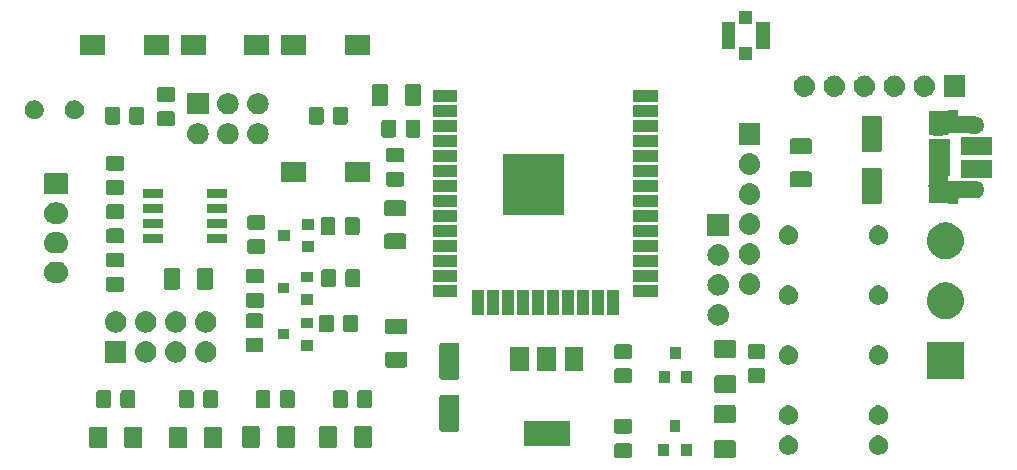
<source format=gbr>
G04 #@! TF.GenerationSoftware,KiCad,Pcbnew,5.0.2+dfsg1-1~bpo9+1*
G04 #@! TF.CreationDate,2020-03-04T21:18:40+01:00*
G04 #@! TF.ProjectId,things_02,7468696e-6773-45f3-9032-2e6b69636164,rev?*
G04 #@! TF.SameCoordinates,Original*
G04 #@! TF.FileFunction,Soldermask,Top*
G04 #@! TF.FilePolarity,Negative*
%FSLAX46Y46*%
G04 Gerber Fmt 4.6, Leading zero omitted, Abs format (unit mm)*
G04 Created by KiCad (PCBNEW 5.0.2+dfsg1-1~bpo9+1) date Wed Mar  4 21:18:40 2020*
%MOMM*%
%LPD*%
G01*
G04 APERTURE LIST*
%ADD10C,0.100000*%
G04 APERTURE END LIST*
D10*
G36*
X129075562Y-115728181D02*
X129110477Y-115738773D01*
X129142665Y-115755978D01*
X129170873Y-115779127D01*
X129194022Y-115807335D01*
X129211227Y-115839523D01*
X129221819Y-115874438D01*
X129226000Y-115916895D01*
X129226000Y-117058105D01*
X129221819Y-117100562D01*
X129211227Y-117135477D01*
X129194022Y-117167665D01*
X129170873Y-117195873D01*
X129142665Y-117219022D01*
X129110477Y-117236227D01*
X129075562Y-117246819D01*
X129033105Y-117251000D01*
X127566895Y-117251000D01*
X127524438Y-117246819D01*
X127489523Y-117236227D01*
X127457335Y-117219022D01*
X127429127Y-117195873D01*
X127405978Y-117167665D01*
X127388773Y-117135477D01*
X127378181Y-117100562D01*
X127374000Y-117058105D01*
X127374000Y-115916895D01*
X127378181Y-115874438D01*
X127388773Y-115839523D01*
X127405978Y-115807335D01*
X127429127Y-115779127D01*
X127457335Y-115755978D01*
X127489523Y-115738773D01*
X127524438Y-115728181D01*
X127566895Y-115724000D01*
X129033105Y-115724000D01*
X129075562Y-115728181D01*
X129075562Y-115728181D01*
G37*
G36*
X120288677Y-115978465D02*
X120326364Y-115989898D01*
X120361103Y-116008466D01*
X120391548Y-116033452D01*
X120416534Y-116063897D01*
X120435102Y-116098636D01*
X120446535Y-116136323D01*
X120451000Y-116181661D01*
X120451000Y-117018339D01*
X120446535Y-117063677D01*
X120435102Y-117101364D01*
X120416534Y-117136103D01*
X120391548Y-117166548D01*
X120361103Y-117191534D01*
X120326364Y-117210102D01*
X120288677Y-117221535D01*
X120243339Y-117226000D01*
X119156661Y-117226000D01*
X119111323Y-117221535D01*
X119073636Y-117210102D01*
X119038897Y-117191534D01*
X119008452Y-117166548D01*
X118983466Y-117136103D01*
X118964898Y-117101364D01*
X118953465Y-117063677D01*
X118949000Y-117018339D01*
X118949000Y-116181661D01*
X118953465Y-116136323D01*
X118964898Y-116098636D01*
X118983466Y-116063897D01*
X119008452Y-116033452D01*
X119038897Y-116008466D01*
X119073636Y-115989898D01*
X119111323Y-115978465D01*
X119156661Y-115974000D01*
X120243339Y-115974000D01*
X120288677Y-115978465D01*
X120288677Y-115978465D01*
G37*
G36*
X123601000Y-117051000D02*
X122699000Y-117051000D01*
X122699000Y-116049000D01*
X123601000Y-116049000D01*
X123601000Y-117051000D01*
X123601000Y-117051000D01*
G37*
G36*
X125501000Y-117051000D02*
X124599000Y-117051000D01*
X124599000Y-116049000D01*
X125501000Y-116049000D01*
X125501000Y-117051000D01*
X125501000Y-117051000D01*
G37*
G36*
X141547142Y-115358242D02*
X141695102Y-115419530D01*
X141828258Y-115508502D01*
X141941498Y-115621742D01*
X142019696Y-115738773D01*
X142030471Y-115754900D01*
X142036373Y-115769148D01*
X142091758Y-115902858D01*
X142123000Y-116059925D01*
X142123000Y-116220075D01*
X142091758Y-116377142D01*
X142030470Y-116525102D01*
X141941498Y-116658258D01*
X141828258Y-116771498D01*
X141695102Y-116860470D01*
X141547142Y-116921758D01*
X141390075Y-116953000D01*
X141229925Y-116953000D01*
X141072858Y-116921758D01*
X140924898Y-116860470D01*
X140791742Y-116771498D01*
X140678502Y-116658258D01*
X140589530Y-116525102D01*
X140528242Y-116377142D01*
X140497000Y-116220075D01*
X140497000Y-116059925D01*
X140528242Y-115902858D01*
X140583627Y-115769148D01*
X140589529Y-115754900D01*
X140600305Y-115738773D01*
X140678502Y-115621742D01*
X140791742Y-115508502D01*
X140924898Y-115419530D01*
X141072858Y-115358242D01*
X141229925Y-115327000D01*
X141390075Y-115327000D01*
X141547142Y-115358242D01*
X141547142Y-115358242D01*
G37*
G36*
X133927142Y-115358242D02*
X134075102Y-115419530D01*
X134208258Y-115508502D01*
X134321498Y-115621742D01*
X134399696Y-115738773D01*
X134410471Y-115754900D01*
X134416373Y-115769148D01*
X134471758Y-115902858D01*
X134503000Y-116059925D01*
X134503000Y-116220075D01*
X134471758Y-116377142D01*
X134410470Y-116525102D01*
X134321498Y-116658258D01*
X134208258Y-116771498D01*
X134075102Y-116860470D01*
X133927142Y-116921758D01*
X133770075Y-116953000D01*
X133609925Y-116953000D01*
X133452858Y-116921758D01*
X133304898Y-116860470D01*
X133171742Y-116771498D01*
X133058502Y-116658258D01*
X132969530Y-116525102D01*
X132908242Y-116377142D01*
X132877000Y-116220075D01*
X132877000Y-116059925D01*
X132908242Y-115902858D01*
X132963627Y-115769148D01*
X132969529Y-115754900D01*
X132980305Y-115738773D01*
X133058502Y-115621742D01*
X133171742Y-115508502D01*
X133304898Y-115419530D01*
X133452858Y-115358242D01*
X133609925Y-115327000D01*
X133770075Y-115327000D01*
X133927142Y-115358242D01*
X133927142Y-115358242D01*
G37*
G36*
X78850562Y-114578181D02*
X78885477Y-114588773D01*
X78917665Y-114605978D01*
X78945873Y-114629127D01*
X78969022Y-114657335D01*
X78986227Y-114689523D01*
X78996819Y-114724438D01*
X79001000Y-114766895D01*
X79001000Y-116233105D01*
X78996819Y-116275562D01*
X78986227Y-116310477D01*
X78969022Y-116342665D01*
X78945873Y-116370873D01*
X78917665Y-116394022D01*
X78885477Y-116411227D01*
X78850562Y-116421819D01*
X78808105Y-116426000D01*
X77666895Y-116426000D01*
X77624438Y-116421819D01*
X77589523Y-116411227D01*
X77557335Y-116394022D01*
X77529127Y-116370873D01*
X77505978Y-116342665D01*
X77488773Y-116310477D01*
X77478181Y-116275562D01*
X77474000Y-116233105D01*
X77474000Y-114766895D01*
X77478181Y-114724438D01*
X77488773Y-114689523D01*
X77505978Y-114657335D01*
X77529127Y-114629127D01*
X77557335Y-114605978D01*
X77589523Y-114588773D01*
X77624438Y-114578181D01*
X77666895Y-114574000D01*
X78808105Y-114574000D01*
X78850562Y-114578181D01*
X78850562Y-114578181D01*
G37*
G36*
X75875562Y-114578181D02*
X75910477Y-114588773D01*
X75942665Y-114605978D01*
X75970873Y-114629127D01*
X75994022Y-114657335D01*
X76011227Y-114689523D01*
X76021819Y-114724438D01*
X76026000Y-114766895D01*
X76026000Y-116233105D01*
X76021819Y-116275562D01*
X76011227Y-116310477D01*
X75994022Y-116342665D01*
X75970873Y-116370873D01*
X75942665Y-116394022D01*
X75910477Y-116411227D01*
X75875562Y-116421819D01*
X75833105Y-116426000D01*
X74691895Y-116426000D01*
X74649438Y-116421819D01*
X74614523Y-116411227D01*
X74582335Y-116394022D01*
X74554127Y-116370873D01*
X74530978Y-116342665D01*
X74513773Y-116310477D01*
X74503181Y-116275562D01*
X74499000Y-116233105D01*
X74499000Y-114766895D01*
X74503181Y-114724438D01*
X74513773Y-114689523D01*
X74530978Y-114657335D01*
X74554127Y-114629127D01*
X74582335Y-114605978D01*
X74614523Y-114588773D01*
X74649438Y-114578181D01*
X74691895Y-114574000D01*
X75833105Y-114574000D01*
X75875562Y-114578181D01*
X75875562Y-114578181D01*
G37*
G36*
X82625562Y-114578181D02*
X82660477Y-114588773D01*
X82692665Y-114605978D01*
X82720873Y-114629127D01*
X82744022Y-114657335D01*
X82761227Y-114689523D01*
X82771819Y-114724438D01*
X82776000Y-114766895D01*
X82776000Y-116233105D01*
X82771819Y-116275562D01*
X82761227Y-116310477D01*
X82744022Y-116342665D01*
X82720873Y-116370873D01*
X82692665Y-116394022D01*
X82660477Y-116411227D01*
X82625562Y-116421819D01*
X82583105Y-116426000D01*
X81441895Y-116426000D01*
X81399438Y-116421819D01*
X81364523Y-116411227D01*
X81332335Y-116394022D01*
X81304127Y-116370873D01*
X81280978Y-116342665D01*
X81263773Y-116310477D01*
X81253181Y-116275562D01*
X81249000Y-116233105D01*
X81249000Y-114766895D01*
X81253181Y-114724438D01*
X81263773Y-114689523D01*
X81280978Y-114657335D01*
X81304127Y-114629127D01*
X81332335Y-114605978D01*
X81364523Y-114588773D01*
X81399438Y-114578181D01*
X81441895Y-114574000D01*
X82583105Y-114574000D01*
X82625562Y-114578181D01*
X82625562Y-114578181D01*
G37*
G36*
X85600562Y-114578181D02*
X85635477Y-114588773D01*
X85667665Y-114605978D01*
X85695873Y-114629127D01*
X85719022Y-114657335D01*
X85736227Y-114689523D01*
X85746819Y-114724438D01*
X85751000Y-114766895D01*
X85751000Y-116233105D01*
X85746819Y-116275562D01*
X85736227Y-116310477D01*
X85719022Y-116342665D01*
X85695873Y-116370873D01*
X85667665Y-116394022D01*
X85635477Y-116411227D01*
X85600562Y-116421819D01*
X85558105Y-116426000D01*
X84416895Y-116426000D01*
X84374438Y-116421819D01*
X84339523Y-116411227D01*
X84307335Y-116394022D01*
X84279127Y-116370873D01*
X84255978Y-116342665D01*
X84238773Y-116310477D01*
X84228181Y-116275562D01*
X84224000Y-116233105D01*
X84224000Y-114766895D01*
X84228181Y-114724438D01*
X84238773Y-114689523D01*
X84255978Y-114657335D01*
X84279127Y-114629127D01*
X84307335Y-114605978D01*
X84339523Y-114588773D01*
X84374438Y-114578181D01*
X84416895Y-114574000D01*
X85558105Y-114574000D01*
X85600562Y-114578181D01*
X85600562Y-114578181D01*
G37*
G36*
X98300562Y-114528181D02*
X98335477Y-114538773D01*
X98367665Y-114555978D01*
X98395873Y-114579127D01*
X98419022Y-114607335D01*
X98436227Y-114639523D01*
X98446819Y-114674438D01*
X98451000Y-114716895D01*
X98451000Y-116183105D01*
X98446819Y-116225562D01*
X98436227Y-116260477D01*
X98419022Y-116292665D01*
X98395873Y-116320873D01*
X98367665Y-116344022D01*
X98335477Y-116361227D01*
X98300562Y-116371819D01*
X98258105Y-116376000D01*
X97116895Y-116376000D01*
X97074438Y-116371819D01*
X97039523Y-116361227D01*
X97007335Y-116344022D01*
X96979127Y-116320873D01*
X96955978Y-116292665D01*
X96938773Y-116260477D01*
X96928181Y-116225562D01*
X96924000Y-116183105D01*
X96924000Y-114716895D01*
X96928181Y-114674438D01*
X96938773Y-114639523D01*
X96955978Y-114607335D01*
X96979127Y-114579127D01*
X97007335Y-114555978D01*
X97039523Y-114538773D01*
X97074438Y-114528181D01*
X97116895Y-114524000D01*
X98258105Y-114524000D01*
X98300562Y-114528181D01*
X98300562Y-114528181D01*
G37*
G36*
X95325562Y-114528181D02*
X95360477Y-114538773D01*
X95392665Y-114555978D01*
X95420873Y-114579127D01*
X95444022Y-114607335D01*
X95461227Y-114639523D01*
X95471819Y-114674438D01*
X95476000Y-114716895D01*
X95476000Y-116183105D01*
X95471819Y-116225562D01*
X95461227Y-116260477D01*
X95444022Y-116292665D01*
X95420873Y-116320873D01*
X95392665Y-116344022D01*
X95360477Y-116361227D01*
X95325562Y-116371819D01*
X95283105Y-116376000D01*
X94141895Y-116376000D01*
X94099438Y-116371819D01*
X94064523Y-116361227D01*
X94032335Y-116344022D01*
X94004127Y-116320873D01*
X93980978Y-116292665D01*
X93963773Y-116260477D01*
X93953181Y-116225562D01*
X93949000Y-116183105D01*
X93949000Y-114716895D01*
X93953181Y-114674438D01*
X93963773Y-114639523D01*
X93980978Y-114607335D01*
X94004127Y-114579127D01*
X94032335Y-114555978D01*
X94064523Y-114538773D01*
X94099438Y-114528181D01*
X94141895Y-114524000D01*
X95283105Y-114524000D01*
X95325562Y-114528181D01*
X95325562Y-114528181D01*
G37*
G36*
X88775562Y-114528181D02*
X88810477Y-114538773D01*
X88842665Y-114555978D01*
X88870873Y-114579127D01*
X88894022Y-114607335D01*
X88911227Y-114639523D01*
X88921819Y-114674438D01*
X88926000Y-114716895D01*
X88926000Y-116183105D01*
X88921819Y-116225562D01*
X88911227Y-116260477D01*
X88894022Y-116292665D01*
X88870873Y-116320873D01*
X88842665Y-116344022D01*
X88810477Y-116361227D01*
X88775562Y-116371819D01*
X88733105Y-116376000D01*
X87591895Y-116376000D01*
X87549438Y-116371819D01*
X87514523Y-116361227D01*
X87482335Y-116344022D01*
X87454127Y-116320873D01*
X87430978Y-116292665D01*
X87413773Y-116260477D01*
X87403181Y-116225562D01*
X87399000Y-116183105D01*
X87399000Y-114716895D01*
X87403181Y-114674438D01*
X87413773Y-114639523D01*
X87430978Y-114607335D01*
X87454127Y-114579127D01*
X87482335Y-114555978D01*
X87514523Y-114538773D01*
X87549438Y-114528181D01*
X87591895Y-114524000D01*
X88733105Y-114524000D01*
X88775562Y-114528181D01*
X88775562Y-114528181D01*
G37*
G36*
X91750562Y-114528181D02*
X91785477Y-114538773D01*
X91817665Y-114555978D01*
X91845873Y-114579127D01*
X91869022Y-114607335D01*
X91886227Y-114639523D01*
X91896819Y-114674438D01*
X91901000Y-114716895D01*
X91901000Y-116183105D01*
X91896819Y-116225562D01*
X91886227Y-116260477D01*
X91869022Y-116292665D01*
X91845873Y-116320873D01*
X91817665Y-116344022D01*
X91785477Y-116361227D01*
X91750562Y-116371819D01*
X91708105Y-116376000D01*
X90566895Y-116376000D01*
X90524438Y-116371819D01*
X90489523Y-116361227D01*
X90457335Y-116344022D01*
X90429127Y-116320873D01*
X90405978Y-116292665D01*
X90388773Y-116260477D01*
X90378181Y-116225562D01*
X90374000Y-116183105D01*
X90374000Y-114716895D01*
X90378181Y-114674438D01*
X90388773Y-114639523D01*
X90405978Y-114607335D01*
X90429127Y-114579127D01*
X90457335Y-114555978D01*
X90489523Y-114538773D01*
X90524438Y-114528181D01*
X90566895Y-114524000D01*
X91708105Y-114524000D01*
X91750562Y-114528181D01*
X91750562Y-114528181D01*
G37*
G36*
X115201000Y-116201000D02*
X111299000Y-116201000D01*
X111299000Y-114099000D01*
X115201000Y-114099000D01*
X115201000Y-116201000D01*
X115201000Y-116201000D01*
G37*
G36*
X120288677Y-113928465D02*
X120326364Y-113939898D01*
X120361103Y-113958466D01*
X120391548Y-113983452D01*
X120416534Y-114013897D01*
X120435102Y-114048636D01*
X120446535Y-114086323D01*
X120451000Y-114131661D01*
X120451000Y-114968339D01*
X120446535Y-115013677D01*
X120435102Y-115051364D01*
X120416534Y-115086103D01*
X120391548Y-115116548D01*
X120361103Y-115141534D01*
X120326364Y-115160102D01*
X120288677Y-115171535D01*
X120243339Y-115176000D01*
X119156661Y-115176000D01*
X119111323Y-115171535D01*
X119073636Y-115160102D01*
X119038897Y-115141534D01*
X119008452Y-115116548D01*
X118983466Y-115086103D01*
X118964898Y-115051364D01*
X118953465Y-115013677D01*
X118949000Y-114968339D01*
X118949000Y-114131661D01*
X118953465Y-114086323D01*
X118964898Y-114048636D01*
X118983466Y-114013897D01*
X119008452Y-113983452D01*
X119038897Y-113958466D01*
X119073636Y-113939898D01*
X119111323Y-113928465D01*
X119156661Y-113924000D01*
X120243339Y-113924000D01*
X120288677Y-113928465D01*
X120288677Y-113928465D01*
G37*
G36*
X124551000Y-115051000D02*
X123649000Y-115051000D01*
X123649000Y-114049000D01*
X124551000Y-114049000D01*
X124551000Y-115051000D01*
X124551000Y-115051000D01*
G37*
G36*
X105705996Y-111903051D02*
X105739653Y-111913261D01*
X105770667Y-111929838D01*
X105797852Y-111952148D01*
X105820162Y-111979333D01*
X105836739Y-112010347D01*
X105846949Y-112044004D01*
X105851000Y-112085138D01*
X105851000Y-114814862D01*
X105846949Y-114855996D01*
X105836739Y-114889653D01*
X105820162Y-114920667D01*
X105797852Y-114947852D01*
X105770667Y-114970162D01*
X105739653Y-114986739D01*
X105705996Y-114996949D01*
X105664862Y-115001000D01*
X104335138Y-115001000D01*
X104294004Y-114996949D01*
X104260347Y-114986739D01*
X104229333Y-114970162D01*
X104202148Y-114947852D01*
X104179838Y-114920667D01*
X104163261Y-114889653D01*
X104153051Y-114855996D01*
X104149000Y-114814862D01*
X104149000Y-112085138D01*
X104153051Y-112044004D01*
X104163261Y-112010347D01*
X104179838Y-111979333D01*
X104202148Y-111952148D01*
X104229333Y-111929838D01*
X104260347Y-111913261D01*
X104294004Y-111903051D01*
X104335138Y-111899000D01*
X105664862Y-111899000D01*
X105705996Y-111903051D01*
X105705996Y-111903051D01*
G37*
G36*
X133927142Y-112818242D02*
X134075102Y-112879530D01*
X134075862Y-112880038D01*
X134167919Y-112941548D01*
X134208258Y-112968502D01*
X134321498Y-113081742D01*
X134410470Y-113214898D01*
X134471758Y-113362858D01*
X134503000Y-113519925D01*
X134503000Y-113680075D01*
X134471758Y-113837142D01*
X134435780Y-113924000D01*
X134410471Y-113985100D01*
X134321499Y-114118257D01*
X134208257Y-114231499D01*
X134149361Y-114270852D01*
X134075102Y-114320470D01*
X133927142Y-114381758D01*
X133770075Y-114413000D01*
X133609925Y-114413000D01*
X133452858Y-114381758D01*
X133304898Y-114320470D01*
X133230639Y-114270852D01*
X133171743Y-114231499D01*
X133058501Y-114118257D01*
X132969529Y-113985100D01*
X132944220Y-113924000D01*
X132908242Y-113837142D01*
X132877000Y-113680075D01*
X132877000Y-113519925D01*
X132908242Y-113362858D01*
X132969530Y-113214898D01*
X133058502Y-113081742D01*
X133171742Y-112968502D01*
X133212082Y-112941548D01*
X133304138Y-112880038D01*
X133304898Y-112879530D01*
X133452858Y-112818242D01*
X133609925Y-112787000D01*
X133770075Y-112787000D01*
X133927142Y-112818242D01*
X133927142Y-112818242D01*
G37*
G36*
X141547142Y-112818242D02*
X141695102Y-112879530D01*
X141695862Y-112880038D01*
X141787919Y-112941548D01*
X141828258Y-112968502D01*
X141941498Y-113081742D01*
X142030470Y-113214898D01*
X142091758Y-113362858D01*
X142123000Y-113519925D01*
X142123000Y-113680075D01*
X142091758Y-113837142D01*
X142055780Y-113924000D01*
X142030471Y-113985100D01*
X141941499Y-114118257D01*
X141828257Y-114231499D01*
X141769361Y-114270852D01*
X141695102Y-114320470D01*
X141547142Y-114381758D01*
X141390075Y-114413000D01*
X141229925Y-114413000D01*
X141072858Y-114381758D01*
X140924898Y-114320470D01*
X140850639Y-114270852D01*
X140791743Y-114231499D01*
X140678501Y-114118257D01*
X140589529Y-113985100D01*
X140564220Y-113924000D01*
X140528242Y-113837142D01*
X140497000Y-113680075D01*
X140497000Y-113519925D01*
X140528242Y-113362858D01*
X140589530Y-113214898D01*
X140678502Y-113081742D01*
X140791742Y-112968502D01*
X140832082Y-112941548D01*
X140924138Y-112880038D01*
X140924898Y-112879530D01*
X141072858Y-112818242D01*
X141229925Y-112787000D01*
X141390075Y-112787000D01*
X141547142Y-112818242D01*
X141547142Y-112818242D01*
G37*
G36*
X129075562Y-112753181D02*
X129110477Y-112763773D01*
X129142665Y-112780978D01*
X129170873Y-112804127D01*
X129194022Y-112832335D01*
X129211227Y-112864523D01*
X129221819Y-112899438D01*
X129226000Y-112941895D01*
X129226000Y-114083105D01*
X129221819Y-114125562D01*
X129211227Y-114160477D01*
X129194022Y-114192665D01*
X129170873Y-114220873D01*
X129142665Y-114244022D01*
X129110477Y-114261227D01*
X129075562Y-114271819D01*
X129033105Y-114276000D01*
X127566895Y-114276000D01*
X127524438Y-114271819D01*
X127489523Y-114261227D01*
X127457335Y-114244022D01*
X127429127Y-114220873D01*
X127405978Y-114192665D01*
X127388773Y-114160477D01*
X127378181Y-114125562D01*
X127374000Y-114083105D01*
X127374000Y-112941895D01*
X127378181Y-112899438D01*
X127388773Y-112864523D01*
X127405978Y-112832335D01*
X127429127Y-112804127D01*
X127457335Y-112780978D01*
X127489523Y-112763773D01*
X127524438Y-112753181D01*
X127566895Y-112749000D01*
X129033105Y-112749000D01*
X129075562Y-112753181D01*
X129075562Y-112753181D01*
G37*
G36*
X83188677Y-111503465D02*
X83226364Y-111514898D01*
X83261103Y-111533466D01*
X83291548Y-111558452D01*
X83316534Y-111588897D01*
X83335102Y-111623636D01*
X83346535Y-111661323D01*
X83351000Y-111706661D01*
X83351000Y-112793339D01*
X83346535Y-112838677D01*
X83335102Y-112876364D01*
X83316534Y-112911103D01*
X83291548Y-112941548D01*
X83261103Y-112966534D01*
X83226364Y-112985102D01*
X83188677Y-112996535D01*
X83143339Y-113001000D01*
X82306661Y-113001000D01*
X82261323Y-112996535D01*
X82223636Y-112985102D01*
X82188897Y-112966534D01*
X82158452Y-112941548D01*
X82133466Y-112911103D01*
X82114898Y-112876364D01*
X82103465Y-112838677D01*
X82099000Y-112793339D01*
X82099000Y-111706661D01*
X82103465Y-111661323D01*
X82114898Y-111623636D01*
X82133466Y-111588897D01*
X82158452Y-111558452D01*
X82188897Y-111533466D01*
X82223636Y-111514898D01*
X82261323Y-111503465D01*
X82306661Y-111499000D01*
X83143339Y-111499000D01*
X83188677Y-111503465D01*
X83188677Y-111503465D01*
G37*
G36*
X76188677Y-111503465D02*
X76226364Y-111514898D01*
X76261103Y-111533466D01*
X76291548Y-111558452D01*
X76316534Y-111588897D01*
X76335102Y-111623636D01*
X76346535Y-111661323D01*
X76351000Y-111706661D01*
X76351000Y-112793339D01*
X76346535Y-112838677D01*
X76335102Y-112876364D01*
X76316534Y-112911103D01*
X76291548Y-112941548D01*
X76261103Y-112966534D01*
X76226364Y-112985102D01*
X76188677Y-112996535D01*
X76143339Y-113001000D01*
X75306661Y-113001000D01*
X75261323Y-112996535D01*
X75223636Y-112985102D01*
X75188897Y-112966534D01*
X75158452Y-112941548D01*
X75133466Y-112911103D01*
X75114898Y-112876364D01*
X75103465Y-112838677D01*
X75099000Y-112793339D01*
X75099000Y-111706661D01*
X75103465Y-111661323D01*
X75114898Y-111623636D01*
X75133466Y-111588897D01*
X75158452Y-111558452D01*
X75188897Y-111533466D01*
X75223636Y-111514898D01*
X75261323Y-111503465D01*
X75306661Y-111499000D01*
X76143339Y-111499000D01*
X76188677Y-111503465D01*
X76188677Y-111503465D01*
G37*
G36*
X78238677Y-111503465D02*
X78276364Y-111514898D01*
X78311103Y-111533466D01*
X78341548Y-111558452D01*
X78366534Y-111588897D01*
X78385102Y-111623636D01*
X78396535Y-111661323D01*
X78401000Y-111706661D01*
X78401000Y-112793339D01*
X78396535Y-112838677D01*
X78385102Y-112876364D01*
X78366534Y-112911103D01*
X78341548Y-112941548D01*
X78311103Y-112966534D01*
X78276364Y-112985102D01*
X78238677Y-112996535D01*
X78193339Y-113001000D01*
X77356661Y-113001000D01*
X77311323Y-112996535D01*
X77273636Y-112985102D01*
X77238897Y-112966534D01*
X77208452Y-112941548D01*
X77183466Y-112911103D01*
X77164898Y-112876364D01*
X77153465Y-112838677D01*
X77149000Y-112793339D01*
X77149000Y-111706661D01*
X77153465Y-111661323D01*
X77164898Y-111623636D01*
X77183466Y-111588897D01*
X77208452Y-111558452D01*
X77238897Y-111533466D01*
X77273636Y-111514898D01*
X77311323Y-111503465D01*
X77356661Y-111499000D01*
X78193339Y-111499000D01*
X78238677Y-111503465D01*
X78238677Y-111503465D01*
G37*
G36*
X98288677Y-111503465D02*
X98326364Y-111514898D01*
X98361103Y-111533466D01*
X98391548Y-111558452D01*
X98416534Y-111588897D01*
X98435102Y-111623636D01*
X98446535Y-111661323D01*
X98451000Y-111706661D01*
X98451000Y-112793339D01*
X98446535Y-112838677D01*
X98435102Y-112876364D01*
X98416534Y-112911103D01*
X98391548Y-112941548D01*
X98361103Y-112966534D01*
X98326364Y-112985102D01*
X98288677Y-112996535D01*
X98243339Y-113001000D01*
X97406661Y-113001000D01*
X97361323Y-112996535D01*
X97323636Y-112985102D01*
X97288897Y-112966534D01*
X97258452Y-112941548D01*
X97233466Y-112911103D01*
X97214898Y-112876364D01*
X97203465Y-112838677D01*
X97199000Y-112793339D01*
X97199000Y-111706661D01*
X97203465Y-111661323D01*
X97214898Y-111623636D01*
X97233466Y-111588897D01*
X97258452Y-111558452D01*
X97288897Y-111533466D01*
X97323636Y-111514898D01*
X97361323Y-111503465D01*
X97406661Y-111499000D01*
X98243339Y-111499000D01*
X98288677Y-111503465D01*
X98288677Y-111503465D01*
G37*
G36*
X91738677Y-111503465D02*
X91776364Y-111514898D01*
X91811103Y-111533466D01*
X91841548Y-111558452D01*
X91866534Y-111588897D01*
X91885102Y-111623636D01*
X91896535Y-111661323D01*
X91901000Y-111706661D01*
X91901000Y-112793339D01*
X91896535Y-112838677D01*
X91885102Y-112876364D01*
X91866534Y-112911103D01*
X91841548Y-112941548D01*
X91811103Y-112966534D01*
X91776364Y-112985102D01*
X91738677Y-112996535D01*
X91693339Y-113001000D01*
X90856661Y-113001000D01*
X90811323Y-112996535D01*
X90773636Y-112985102D01*
X90738897Y-112966534D01*
X90708452Y-112941548D01*
X90683466Y-112911103D01*
X90664898Y-112876364D01*
X90653465Y-112838677D01*
X90649000Y-112793339D01*
X90649000Y-111706661D01*
X90653465Y-111661323D01*
X90664898Y-111623636D01*
X90683466Y-111588897D01*
X90708452Y-111558452D01*
X90738897Y-111533466D01*
X90773636Y-111514898D01*
X90811323Y-111503465D01*
X90856661Y-111499000D01*
X91693339Y-111499000D01*
X91738677Y-111503465D01*
X91738677Y-111503465D01*
G37*
G36*
X89688677Y-111503465D02*
X89726364Y-111514898D01*
X89761103Y-111533466D01*
X89791548Y-111558452D01*
X89816534Y-111588897D01*
X89835102Y-111623636D01*
X89846535Y-111661323D01*
X89851000Y-111706661D01*
X89851000Y-112793339D01*
X89846535Y-112838677D01*
X89835102Y-112876364D01*
X89816534Y-112911103D01*
X89791548Y-112941548D01*
X89761103Y-112966534D01*
X89726364Y-112985102D01*
X89688677Y-112996535D01*
X89643339Y-113001000D01*
X88806661Y-113001000D01*
X88761323Y-112996535D01*
X88723636Y-112985102D01*
X88688897Y-112966534D01*
X88658452Y-112941548D01*
X88633466Y-112911103D01*
X88614898Y-112876364D01*
X88603465Y-112838677D01*
X88599000Y-112793339D01*
X88599000Y-111706661D01*
X88603465Y-111661323D01*
X88614898Y-111623636D01*
X88633466Y-111588897D01*
X88658452Y-111558452D01*
X88688897Y-111533466D01*
X88723636Y-111514898D01*
X88761323Y-111503465D01*
X88806661Y-111499000D01*
X89643339Y-111499000D01*
X89688677Y-111503465D01*
X89688677Y-111503465D01*
G37*
G36*
X85238677Y-111503465D02*
X85276364Y-111514898D01*
X85311103Y-111533466D01*
X85341548Y-111558452D01*
X85366534Y-111588897D01*
X85385102Y-111623636D01*
X85396535Y-111661323D01*
X85401000Y-111706661D01*
X85401000Y-112793339D01*
X85396535Y-112838677D01*
X85385102Y-112876364D01*
X85366534Y-112911103D01*
X85341548Y-112941548D01*
X85311103Y-112966534D01*
X85276364Y-112985102D01*
X85238677Y-112996535D01*
X85193339Y-113001000D01*
X84356661Y-113001000D01*
X84311323Y-112996535D01*
X84273636Y-112985102D01*
X84238897Y-112966534D01*
X84208452Y-112941548D01*
X84183466Y-112911103D01*
X84164898Y-112876364D01*
X84153465Y-112838677D01*
X84149000Y-112793339D01*
X84149000Y-111706661D01*
X84153465Y-111661323D01*
X84164898Y-111623636D01*
X84183466Y-111588897D01*
X84208452Y-111558452D01*
X84238897Y-111533466D01*
X84273636Y-111514898D01*
X84311323Y-111503465D01*
X84356661Y-111499000D01*
X85193339Y-111499000D01*
X85238677Y-111503465D01*
X85238677Y-111503465D01*
G37*
G36*
X96238677Y-111503465D02*
X96276364Y-111514898D01*
X96311103Y-111533466D01*
X96341548Y-111558452D01*
X96366534Y-111588897D01*
X96385102Y-111623636D01*
X96396535Y-111661323D01*
X96401000Y-111706661D01*
X96401000Y-112793339D01*
X96396535Y-112838677D01*
X96385102Y-112876364D01*
X96366534Y-112911103D01*
X96341548Y-112941548D01*
X96311103Y-112966534D01*
X96276364Y-112985102D01*
X96238677Y-112996535D01*
X96193339Y-113001000D01*
X95356661Y-113001000D01*
X95311323Y-112996535D01*
X95273636Y-112985102D01*
X95238897Y-112966534D01*
X95208452Y-112941548D01*
X95183466Y-112911103D01*
X95164898Y-112876364D01*
X95153465Y-112838677D01*
X95149000Y-112793339D01*
X95149000Y-111706661D01*
X95153465Y-111661323D01*
X95164898Y-111623636D01*
X95183466Y-111588897D01*
X95208452Y-111558452D01*
X95238897Y-111533466D01*
X95273636Y-111514898D01*
X95311323Y-111503465D01*
X95356661Y-111499000D01*
X96193339Y-111499000D01*
X96238677Y-111503465D01*
X96238677Y-111503465D01*
G37*
G36*
X129125562Y-110228181D02*
X129160477Y-110238773D01*
X129192665Y-110255978D01*
X129220873Y-110279127D01*
X129244022Y-110307335D01*
X129261227Y-110339523D01*
X129271819Y-110374438D01*
X129276000Y-110416895D01*
X129276000Y-111558105D01*
X129271819Y-111600562D01*
X129261227Y-111635477D01*
X129244022Y-111667665D01*
X129220873Y-111695873D01*
X129192665Y-111719022D01*
X129160477Y-111736227D01*
X129125562Y-111746819D01*
X129083105Y-111751000D01*
X127616895Y-111751000D01*
X127574438Y-111746819D01*
X127539523Y-111736227D01*
X127507335Y-111719022D01*
X127479127Y-111695873D01*
X127455978Y-111667665D01*
X127438773Y-111635477D01*
X127428181Y-111600562D01*
X127424000Y-111558105D01*
X127424000Y-110416895D01*
X127428181Y-110374438D01*
X127438773Y-110339523D01*
X127455978Y-110307335D01*
X127479127Y-110279127D01*
X127507335Y-110255978D01*
X127539523Y-110238773D01*
X127574438Y-110228181D01*
X127616895Y-110224000D01*
X129083105Y-110224000D01*
X129125562Y-110228181D01*
X129125562Y-110228181D01*
G37*
G36*
X120288677Y-109653465D02*
X120326364Y-109664898D01*
X120361103Y-109683466D01*
X120391548Y-109708452D01*
X120416534Y-109738897D01*
X120435102Y-109773636D01*
X120446535Y-109811323D01*
X120451000Y-109856661D01*
X120451000Y-110693339D01*
X120446535Y-110738677D01*
X120435102Y-110776364D01*
X120416534Y-110811103D01*
X120391548Y-110841548D01*
X120361103Y-110866534D01*
X120326364Y-110885102D01*
X120288677Y-110896535D01*
X120243339Y-110901000D01*
X119156661Y-110901000D01*
X119111323Y-110896535D01*
X119073636Y-110885102D01*
X119038897Y-110866534D01*
X119008452Y-110841548D01*
X118983466Y-110811103D01*
X118964898Y-110776364D01*
X118953465Y-110738677D01*
X118949000Y-110693339D01*
X118949000Y-109856661D01*
X118953465Y-109811323D01*
X118964898Y-109773636D01*
X118983466Y-109738897D01*
X119008452Y-109708452D01*
X119038897Y-109683466D01*
X119073636Y-109664898D01*
X119111323Y-109653465D01*
X119156661Y-109649000D01*
X120243339Y-109649000D01*
X120288677Y-109653465D01*
X120288677Y-109653465D01*
G37*
G36*
X131588677Y-109628465D02*
X131626364Y-109639898D01*
X131661103Y-109658466D01*
X131691548Y-109683452D01*
X131716534Y-109713897D01*
X131735102Y-109748636D01*
X131746535Y-109786323D01*
X131751000Y-109831661D01*
X131751000Y-110668339D01*
X131746535Y-110713677D01*
X131735102Y-110751364D01*
X131716534Y-110786103D01*
X131691548Y-110816548D01*
X131661103Y-110841534D01*
X131626364Y-110860102D01*
X131588677Y-110871535D01*
X131543339Y-110876000D01*
X130456661Y-110876000D01*
X130411323Y-110871535D01*
X130373636Y-110860102D01*
X130338897Y-110841534D01*
X130308452Y-110816548D01*
X130283466Y-110786103D01*
X130264898Y-110751364D01*
X130253465Y-110713677D01*
X130249000Y-110668339D01*
X130249000Y-109831661D01*
X130253465Y-109786323D01*
X130264898Y-109748636D01*
X130283466Y-109713897D01*
X130308452Y-109683452D01*
X130338897Y-109658466D01*
X130373636Y-109639898D01*
X130411323Y-109628465D01*
X130456661Y-109624000D01*
X131543339Y-109624000D01*
X131588677Y-109628465D01*
X131588677Y-109628465D01*
G37*
G36*
X125551000Y-110851000D02*
X124649000Y-110851000D01*
X124649000Y-109849000D01*
X125551000Y-109849000D01*
X125551000Y-110851000D01*
X125551000Y-110851000D01*
G37*
G36*
X123651000Y-110851000D02*
X122749000Y-110851000D01*
X122749000Y-109849000D01*
X123651000Y-109849000D01*
X123651000Y-110851000D01*
X123651000Y-110851000D01*
G37*
G36*
X105705996Y-107503051D02*
X105739653Y-107513261D01*
X105770667Y-107529838D01*
X105797852Y-107552148D01*
X105820162Y-107579333D01*
X105836739Y-107610347D01*
X105846949Y-107644004D01*
X105851000Y-107685138D01*
X105851000Y-110414862D01*
X105846949Y-110455996D01*
X105836739Y-110489653D01*
X105820162Y-110520667D01*
X105797852Y-110547852D01*
X105770667Y-110570162D01*
X105739653Y-110586739D01*
X105705996Y-110596949D01*
X105664862Y-110601000D01*
X104335138Y-110601000D01*
X104294004Y-110596949D01*
X104260347Y-110586739D01*
X104229333Y-110570162D01*
X104202148Y-110547852D01*
X104179838Y-110520667D01*
X104163261Y-110489653D01*
X104153051Y-110455996D01*
X104149000Y-110414862D01*
X104149000Y-107685138D01*
X104153051Y-107644004D01*
X104163261Y-107610347D01*
X104179838Y-107579333D01*
X104202148Y-107552148D01*
X104229333Y-107529838D01*
X104260347Y-107513261D01*
X104294004Y-107503051D01*
X104335138Y-107499000D01*
X105664862Y-107499000D01*
X105705996Y-107503051D01*
X105705996Y-107503051D01*
G37*
G36*
X148551000Y-110551000D02*
X145449000Y-110551000D01*
X145449000Y-107449000D01*
X148551000Y-107449000D01*
X148551000Y-110551000D01*
X148551000Y-110551000D01*
G37*
G36*
X111751000Y-109901000D02*
X110149000Y-109901000D01*
X110149000Y-107799000D01*
X111751000Y-107799000D01*
X111751000Y-109901000D01*
X111751000Y-109901000D01*
G37*
G36*
X114051000Y-109901000D02*
X112449000Y-109901000D01*
X112449000Y-107799000D01*
X114051000Y-107799000D01*
X114051000Y-109901000D01*
X114051000Y-109901000D01*
G37*
G36*
X116351000Y-109901000D02*
X114749000Y-109901000D01*
X114749000Y-107799000D01*
X116351000Y-107799000D01*
X116351000Y-109901000D01*
X116351000Y-109901000D01*
G37*
G36*
X101268604Y-108228347D02*
X101305145Y-108239432D01*
X101338820Y-108257431D01*
X101368341Y-108281659D01*
X101392569Y-108311180D01*
X101410568Y-108344855D01*
X101421653Y-108381396D01*
X101426000Y-108425538D01*
X101426000Y-109374462D01*
X101421653Y-109418604D01*
X101410568Y-109455145D01*
X101392569Y-109488820D01*
X101368341Y-109518341D01*
X101338820Y-109542569D01*
X101305145Y-109560568D01*
X101268604Y-109571653D01*
X101224462Y-109576000D01*
X99775538Y-109576000D01*
X99731396Y-109571653D01*
X99694855Y-109560568D01*
X99661180Y-109542569D01*
X99631659Y-109518341D01*
X99607431Y-109488820D01*
X99589432Y-109455145D01*
X99578347Y-109418604D01*
X99574000Y-109374462D01*
X99574000Y-108425538D01*
X99578347Y-108381396D01*
X99589432Y-108344855D01*
X99607431Y-108311180D01*
X99631659Y-108281659D01*
X99661180Y-108257431D01*
X99694855Y-108239432D01*
X99731396Y-108228347D01*
X99775538Y-108224000D01*
X101224462Y-108224000D01*
X101268604Y-108228347D01*
X101268604Y-108228347D01*
G37*
G36*
X141547142Y-107738242D02*
X141651963Y-107781661D01*
X141693823Y-107799000D01*
X141695102Y-107799530D01*
X141762130Y-107844317D01*
X141802324Y-107871173D01*
X141828258Y-107888502D01*
X141941498Y-108001742D01*
X142030470Y-108134898D01*
X142091758Y-108282858D01*
X142123000Y-108439925D01*
X142123000Y-108600075D01*
X142091758Y-108757142D01*
X142030470Y-108905102D01*
X141941498Y-109038258D01*
X141828258Y-109151498D01*
X141695102Y-109240470D01*
X141547142Y-109301758D01*
X141390075Y-109333000D01*
X141229925Y-109333000D01*
X141072858Y-109301758D01*
X140924898Y-109240470D01*
X140791742Y-109151498D01*
X140678502Y-109038258D01*
X140589530Y-108905102D01*
X140528242Y-108757142D01*
X140497000Y-108600075D01*
X140497000Y-108439925D01*
X140528242Y-108282858D01*
X140589530Y-108134898D01*
X140678502Y-108001742D01*
X140791742Y-107888502D01*
X140817677Y-107871173D01*
X140857870Y-107844317D01*
X140924898Y-107799530D01*
X140926178Y-107799000D01*
X140968037Y-107781661D01*
X141072858Y-107738242D01*
X141229925Y-107707000D01*
X141390075Y-107707000D01*
X141547142Y-107738242D01*
X141547142Y-107738242D01*
G37*
G36*
X133927142Y-107738242D02*
X134031963Y-107781661D01*
X134073823Y-107799000D01*
X134075102Y-107799530D01*
X134142130Y-107844317D01*
X134182324Y-107871173D01*
X134208258Y-107888502D01*
X134321498Y-108001742D01*
X134410470Y-108134898D01*
X134471758Y-108282858D01*
X134503000Y-108439925D01*
X134503000Y-108600075D01*
X134471758Y-108757142D01*
X134410470Y-108905102D01*
X134321498Y-109038258D01*
X134208258Y-109151498D01*
X134075102Y-109240470D01*
X133927142Y-109301758D01*
X133770075Y-109333000D01*
X133609925Y-109333000D01*
X133452858Y-109301758D01*
X133304898Y-109240470D01*
X133171742Y-109151498D01*
X133058502Y-109038258D01*
X132969530Y-108905102D01*
X132908242Y-108757142D01*
X132877000Y-108600075D01*
X132877000Y-108439925D01*
X132908242Y-108282858D01*
X132969530Y-108134898D01*
X133058502Y-108001742D01*
X133171742Y-107888502D01*
X133197677Y-107871173D01*
X133237870Y-107844317D01*
X133304898Y-107799530D01*
X133306178Y-107799000D01*
X133348037Y-107781661D01*
X133452858Y-107738242D01*
X133609925Y-107707000D01*
X133770075Y-107707000D01*
X133927142Y-107738242D01*
X133927142Y-107738242D01*
G37*
G36*
X77651000Y-109151000D02*
X75849000Y-109151000D01*
X75849000Y-107349000D01*
X77651000Y-107349000D01*
X77651000Y-109151000D01*
X77651000Y-109151000D01*
G37*
G36*
X79400442Y-107355518D02*
X79466627Y-107362037D01*
X79579853Y-107396384D01*
X79636467Y-107413557D01*
X79702775Y-107449000D01*
X79792991Y-107497222D01*
X79812534Y-107513261D01*
X79930186Y-107609814D01*
X80000064Y-107694962D01*
X80042778Y-107747009D01*
X80042779Y-107747011D01*
X80126443Y-107903533D01*
X80126443Y-107903534D01*
X80177963Y-108073373D01*
X80195359Y-108250000D01*
X80177963Y-108426627D01*
X80173406Y-108441648D01*
X80126443Y-108596467D01*
X80068410Y-108705038D01*
X80042778Y-108752991D01*
X80013448Y-108788729D01*
X79930186Y-108890186D01*
X79828729Y-108973448D01*
X79792991Y-109002778D01*
X79792989Y-109002779D01*
X79636467Y-109086443D01*
X79579853Y-109103616D01*
X79466627Y-109137963D01*
X79400442Y-109144482D01*
X79334260Y-109151000D01*
X79245740Y-109151000D01*
X79179558Y-109144482D01*
X79113373Y-109137963D01*
X79000147Y-109103616D01*
X78943533Y-109086443D01*
X78787011Y-109002779D01*
X78787009Y-109002778D01*
X78751271Y-108973448D01*
X78649814Y-108890186D01*
X78566552Y-108788729D01*
X78537222Y-108752991D01*
X78511590Y-108705038D01*
X78453557Y-108596467D01*
X78406594Y-108441648D01*
X78402037Y-108426627D01*
X78384641Y-108250000D01*
X78402037Y-108073373D01*
X78453557Y-107903534D01*
X78453557Y-107903533D01*
X78537221Y-107747011D01*
X78537222Y-107747009D01*
X78579936Y-107694962D01*
X78649814Y-107609814D01*
X78767466Y-107513261D01*
X78787009Y-107497222D01*
X78877225Y-107449000D01*
X78943533Y-107413557D01*
X79000147Y-107396384D01*
X79113373Y-107362037D01*
X79179558Y-107355518D01*
X79245740Y-107349000D01*
X79334260Y-107349000D01*
X79400442Y-107355518D01*
X79400442Y-107355518D01*
G37*
G36*
X81940442Y-107355518D02*
X82006627Y-107362037D01*
X82119853Y-107396384D01*
X82176467Y-107413557D01*
X82242775Y-107449000D01*
X82332991Y-107497222D01*
X82352534Y-107513261D01*
X82470186Y-107609814D01*
X82540064Y-107694962D01*
X82582778Y-107747009D01*
X82582779Y-107747011D01*
X82666443Y-107903533D01*
X82666443Y-107903534D01*
X82717963Y-108073373D01*
X82735359Y-108250000D01*
X82717963Y-108426627D01*
X82713406Y-108441648D01*
X82666443Y-108596467D01*
X82608410Y-108705038D01*
X82582778Y-108752991D01*
X82553448Y-108788729D01*
X82470186Y-108890186D01*
X82368729Y-108973448D01*
X82332991Y-109002778D01*
X82332989Y-109002779D01*
X82176467Y-109086443D01*
X82119853Y-109103616D01*
X82006627Y-109137963D01*
X81940442Y-109144482D01*
X81874260Y-109151000D01*
X81785740Y-109151000D01*
X81719558Y-109144482D01*
X81653373Y-109137963D01*
X81540147Y-109103616D01*
X81483533Y-109086443D01*
X81327011Y-109002779D01*
X81327009Y-109002778D01*
X81291271Y-108973448D01*
X81189814Y-108890186D01*
X81106552Y-108788729D01*
X81077222Y-108752991D01*
X81051590Y-108705038D01*
X80993557Y-108596467D01*
X80946594Y-108441648D01*
X80942037Y-108426627D01*
X80924641Y-108250000D01*
X80942037Y-108073373D01*
X80993557Y-107903534D01*
X80993557Y-107903533D01*
X81077221Y-107747011D01*
X81077222Y-107747009D01*
X81119936Y-107694962D01*
X81189814Y-107609814D01*
X81307466Y-107513261D01*
X81327009Y-107497222D01*
X81417225Y-107449000D01*
X81483533Y-107413557D01*
X81540147Y-107396384D01*
X81653373Y-107362037D01*
X81719558Y-107355518D01*
X81785740Y-107349000D01*
X81874260Y-107349000D01*
X81940442Y-107355518D01*
X81940442Y-107355518D01*
G37*
G36*
X84480442Y-107355518D02*
X84546627Y-107362037D01*
X84659853Y-107396384D01*
X84716467Y-107413557D01*
X84782775Y-107449000D01*
X84872991Y-107497222D01*
X84892534Y-107513261D01*
X85010186Y-107609814D01*
X85080064Y-107694962D01*
X85122778Y-107747009D01*
X85122779Y-107747011D01*
X85206443Y-107903533D01*
X85206443Y-107903534D01*
X85257963Y-108073373D01*
X85275359Y-108250000D01*
X85257963Y-108426627D01*
X85253406Y-108441648D01*
X85206443Y-108596467D01*
X85148410Y-108705038D01*
X85122778Y-108752991D01*
X85093448Y-108788729D01*
X85010186Y-108890186D01*
X84908729Y-108973448D01*
X84872991Y-109002778D01*
X84872989Y-109002779D01*
X84716467Y-109086443D01*
X84659853Y-109103616D01*
X84546627Y-109137963D01*
X84480442Y-109144482D01*
X84414260Y-109151000D01*
X84325740Y-109151000D01*
X84259558Y-109144482D01*
X84193373Y-109137963D01*
X84080147Y-109103616D01*
X84023533Y-109086443D01*
X83867011Y-109002779D01*
X83867009Y-109002778D01*
X83831271Y-108973448D01*
X83729814Y-108890186D01*
X83646552Y-108788729D01*
X83617222Y-108752991D01*
X83591590Y-108705038D01*
X83533557Y-108596467D01*
X83486594Y-108441648D01*
X83482037Y-108426627D01*
X83464641Y-108250000D01*
X83482037Y-108073373D01*
X83533557Y-107903534D01*
X83533557Y-107903533D01*
X83617221Y-107747011D01*
X83617222Y-107747009D01*
X83659936Y-107694962D01*
X83729814Y-107609814D01*
X83847466Y-107513261D01*
X83867009Y-107497222D01*
X83957225Y-107449000D01*
X84023533Y-107413557D01*
X84080147Y-107396384D01*
X84193373Y-107362037D01*
X84259558Y-107355518D01*
X84325740Y-107349000D01*
X84414260Y-107349000D01*
X84480442Y-107355518D01*
X84480442Y-107355518D01*
G37*
G36*
X120288677Y-107603465D02*
X120326364Y-107614898D01*
X120361103Y-107633466D01*
X120391548Y-107658452D01*
X120416534Y-107688897D01*
X120435102Y-107723636D01*
X120446535Y-107761323D01*
X120451000Y-107806661D01*
X120451000Y-108643339D01*
X120446535Y-108688677D01*
X120435102Y-108726364D01*
X120416534Y-108761103D01*
X120391548Y-108791548D01*
X120361103Y-108816534D01*
X120326364Y-108835102D01*
X120288677Y-108846535D01*
X120243339Y-108851000D01*
X119156661Y-108851000D01*
X119111323Y-108846535D01*
X119073636Y-108835102D01*
X119038897Y-108816534D01*
X119008452Y-108791548D01*
X118983466Y-108761103D01*
X118964898Y-108726364D01*
X118953465Y-108688677D01*
X118949000Y-108643339D01*
X118949000Y-107806661D01*
X118953465Y-107761323D01*
X118964898Y-107723636D01*
X118983466Y-107688897D01*
X119008452Y-107658452D01*
X119038897Y-107633466D01*
X119073636Y-107614898D01*
X119111323Y-107603465D01*
X119156661Y-107599000D01*
X120243339Y-107599000D01*
X120288677Y-107603465D01*
X120288677Y-107603465D01*
G37*
G36*
X124601000Y-108851000D02*
X123699000Y-108851000D01*
X123699000Y-107849000D01*
X124601000Y-107849000D01*
X124601000Y-108851000D01*
X124601000Y-108851000D01*
G37*
G36*
X131588677Y-107578465D02*
X131626364Y-107589898D01*
X131661103Y-107608466D01*
X131691548Y-107633452D01*
X131716534Y-107663897D01*
X131735102Y-107698636D01*
X131746535Y-107736323D01*
X131751000Y-107781661D01*
X131751000Y-108618339D01*
X131746535Y-108663677D01*
X131735102Y-108701364D01*
X131716534Y-108736103D01*
X131691548Y-108766548D01*
X131661103Y-108791534D01*
X131626364Y-108810102D01*
X131588677Y-108821535D01*
X131543339Y-108826000D01*
X130456661Y-108826000D01*
X130411323Y-108821535D01*
X130373636Y-108810102D01*
X130338897Y-108791534D01*
X130308452Y-108766548D01*
X130283466Y-108736103D01*
X130264898Y-108701364D01*
X130253465Y-108663677D01*
X130249000Y-108618339D01*
X130249000Y-107781661D01*
X130253465Y-107736323D01*
X130264898Y-107698636D01*
X130283466Y-107663897D01*
X130308452Y-107633452D01*
X130338897Y-107608466D01*
X130373636Y-107589898D01*
X130411323Y-107578465D01*
X130456661Y-107574000D01*
X131543339Y-107574000D01*
X131588677Y-107578465D01*
X131588677Y-107578465D01*
G37*
G36*
X129125562Y-107253181D02*
X129160477Y-107263773D01*
X129192665Y-107280978D01*
X129220873Y-107304127D01*
X129244022Y-107332335D01*
X129261227Y-107364523D01*
X129271819Y-107399438D01*
X129276000Y-107441895D01*
X129276000Y-108583105D01*
X129271819Y-108625562D01*
X129261227Y-108660477D01*
X129244022Y-108692665D01*
X129220873Y-108720873D01*
X129192665Y-108744022D01*
X129160477Y-108761227D01*
X129125562Y-108771819D01*
X129083105Y-108776000D01*
X127616895Y-108776000D01*
X127574438Y-108771819D01*
X127539523Y-108761227D01*
X127507335Y-108744022D01*
X127479127Y-108720873D01*
X127455978Y-108692665D01*
X127438773Y-108660477D01*
X127428181Y-108625562D01*
X127424000Y-108583105D01*
X127424000Y-107441895D01*
X127428181Y-107399438D01*
X127438773Y-107364523D01*
X127455978Y-107332335D01*
X127479127Y-107304127D01*
X127507335Y-107280978D01*
X127539523Y-107263773D01*
X127574438Y-107253181D01*
X127616895Y-107249000D01*
X129083105Y-107249000D01*
X129125562Y-107253181D01*
X129125562Y-107253181D01*
G37*
G36*
X89088677Y-107053465D02*
X89126364Y-107064898D01*
X89161103Y-107083466D01*
X89191548Y-107108452D01*
X89216534Y-107138897D01*
X89235102Y-107173636D01*
X89246535Y-107211323D01*
X89251000Y-107256661D01*
X89251000Y-108093339D01*
X89246535Y-108138677D01*
X89235102Y-108176364D01*
X89216534Y-108211103D01*
X89191548Y-108241548D01*
X89161103Y-108266534D01*
X89126364Y-108285102D01*
X89088677Y-108296535D01*
X89043339Y-108301000D01*
X87956661Y-108301000D01*
X87911323Y-108296535D01*
X87873636Y-108285102D01*
X87838897Y-108266534D01*
X87808452Y-108241548D01*
X87783466Y-108211103D01*
X87764898Y-108176364D01*
X87753465Y-108138677D01*
X87749000Y-108093339D01*
X87749000Y-107256661D01*
X87753465Y-107211323D01*
X87764898Y-107173636D01*
X87783466Y-107138897D01*
X87808452Y-107108452D01*
X87838897Y-107083466D01*
X87873636Y-107064898D01*
X87911323Y-107053465D01*
X87956661Y-107049000D01*
X89043339Y-107049000D01*
X89088677Y-107053465D01*
X89088677Y-107053465D01*
G37*
G36*
X93451000Y-108151000D02*
X92449000Y-108151000D01*
X92449000Y-107249000D01*
X93451000Y-107249000D01*
X93451000Y-108151000D01*
X93451000Y-108151000D01*
G37*
G36*
X91451000Y-107201000D02*
X90449000Y-107201000D01*
X90449000Y-106299000D01*
X91451000Y-106299000D01*
X91451000Y-107201000D01*
X91451000Y-107201000D01*
G37*
G36*
X101268604Y-105428347D02*
X101305145Y-105439432D01*
X101338820Y-105457431D01*
X101368341Y-105481659D01*
X101392569Y-105511180D01*
X101410568Y-105544855D01*
X101421653Y-105581396D01*
X101426000Y-105625538D01*
X101426000Y-106574462D01*
X101421653Y-106618604D01*
X101410568Y-106655145D01*
X101392569Y-106688820D01*
X101368341Y-106718341D01*
X101338820Y-106742569D01*
X101305145Y-106760568D01*
X101268604Y-106771653D01*
X101224462Y-106776000D01*
X99775538Y-106776000D01*
X99731396Y-106771653D01*
X99694855Y-106760568D01*
X99661180Y-106742569D01*
X99631659Y-106718341D01*
X99607431Y-106688820D01*
X99589432Y-106655145D01*
X99578347Y-106618604D01*
X99574000Y-106574462D01*
X99574000Y-105625538D01*
X99578347Y-105581396D01*
X99589432Y-105544855D01*
X99607431Y-105511180D01*
X99631659Y-105481659D01*
X99661180Y-105457431D01*
X99694855Y-105439432D01*
X99731396Y-105428347D01*
X99775538Y-105424000D01*
X101224462Y-105424000D01*
X101268604Y-105428347D01*
X101268604Y-105428347D01*
G37*
G36*
X81940442Y-104815518D02*
X82006627Y-104822037D01*
X82119853Y-104856384D01*
X82176467Y-104873557D01*
X82242223Y-104908705D01*
X82332991Y-104957222D01*
X82368729Y-104986552D01*
X82470186Y-105069814D01*
X82531781Y-105144869D01*
X82582778Y-105207009D01*
X82582779Y-105207011D01*
X82666443Y-105363533D01*
X82680962Y-105411396D01*
X82717963Y-105533373D01*
X82735359Y-105710000D01*
X82717963Y-105886627D01*
X82689994Y-105978827D01*
X82666443Y-106056467D01*
X82627118Y-106130038D01*
X82582778Y-106212991D01*
X82564632Y-106235102D01*
X82470186Y-106350186D01*
X82369296Y-106432983D01*
X82332991Y-106462778D01*
X82332989Y-106462779D01*
X82176467Y-106546443D01*
X82119853Y-106563616D01*
X82006627Y-106597963D01*
X81940442Y-106604482D01*
X81874260Y-106611000D01*
X81785740Y-106611000D01*
X81719558Y-106604482D01*
X81653373Y-106597963D01*
X81540147Y-106563616D01*
X81483533Y-106546443D01*
X81327011Y-106462779D01*
X81327009Y-106462778D01*
X81290704Y-106432983D01*
X81189814Y-106350186D01*
X81095368Y-106235102D01*
X81077222Y-106212991D01*
X81032882Y-106130038D01*
X80993557Y-106056467D01*
X80970006Y-105978827D01*
X80942037Y-105886627D01*
X80924641Y-105710000D01*
X80942037Y-105533373D01*
X80979038Y-105411396D01*
X80993557Y-105363533D01*
X81077221Y-105207011D01*
X81077222Y-105207009D01*
X81128219Y-105144869D01*
X81189814Y-105069814D01*
X81291271Y-104986552D01*
X81327009Y-104957222D01*
X81417777Y-104908705D01*
X81483533Y-104873557D01*
X81540147Y-104856384D01*
X81653373Y-104822037D01*
X81719558Y-104815518D01*
X81785740Y-104809000D01*
X81874260Y-104809000D01*
X81940442Y-104815518D01*
X81940442Y-104815518D01*
G37*
G36*
X84480442Y-104815518D02*
X84546627Y-104822037D01*
X84659853Y-104856384D01*
X84716467Y-104873557D01*
X84782223Y-104908705D01*
X84872991Y-104957222D01*
X84908729Y-104986552D01*
X85010186Y-105069814D01*
X85071781Y-105144869D01*
X85122778Y-105207009D01*
X85122779Y-105207011D01*
X85206443Y-105363533D01*
X85220962Y-105411396D01*
X85257963Y-105533373D01*
X85275359Y-105710000D01*
X85257963Y-105886627D01*
X85229994Y-105978827D01*
X85206443Y-106056467D01*
X85167118Y-106130038D01*
X85122778Y-106212991D01*
X85104632Y-106235102D01*
X85010186Y-106350186D01*
X84909296Y-106432983D01*
X84872991Y-106462778D01*
X84872989Y-106462779D01*
X84716467Y-106546443D01*
X84659853Y-106563616D01*
X84546627Y-106597963D01*
X84480442Y-106604482D01*
X84414260Y-106611000D01*
X84325740Y-106611000D01*
X84259558Y-106604482D01*
X84193373Y-106597963D01*
X84080147Y-106563616D01*
X84023533Y-106546443D01*
X83867011Y-106462779D01*
X83867009Y-106462778D01*
X83830704Y-106432983D01*
X83729814Y-106350186D01*
X83635368Y-106235102D01*
X83617222Y-106212991D01*
X83572882Y-106130038D01*
X83533557Y-106056467D01*
X83510006Y-105978827D01*
X83482037Y-105886627D01*
X83464641Y-105710000D01*
X83482037Y-105533373D01*
X83519038Y-105411396D01*
X83533557Y-105363533D01*
X83617221Y-105207011D01*
X83617222Y-105207009D01*
X83668219Y-105144869D01*
X83729814Y-105069814D01*
X83831271Y-104986552D01*
X83867009Y-104957222D01*
X83957777Y-104908705D01*
X84023533Y-104873557D01*
X84080147Y-104856384D01*
X84193373Y-104822037D01*
X84259558Y-104815518D01*
X84325740Y-104809000D01*
X84414260Y-104809000D01*
X84480442Y-104815518D01*
X84480442Y-104815518D01*
G37*
G36*
X76860442Y-104815518D02*
X76926627Y-104822037D01*
X77039853Y-104856384D01*
X77096467Y-104873557D01*
X77162223Y-104908705D01*
X77252991Y-104957222D01*
X77288729Y-104986552D01*
X77390186Y-105069814D01*
X77451781Y-105144869D01*
X77502778Y-105207009D01*
X77502779Y-105207011D01*
X77586443Y-105363533D01*
X77600962Y-105411396D01*
X77637963Y-105533373D01*
X77655359Y-105710000D01*
X77637963Y-105886627D01*
X77609994Y-105978827D01*
X77586443Y-106056467D01*
X77547118Y-106130038D01*
X77502778Y-106212991D01*
X77484632Y-106235102D01*
X77390186Y-106350186D01*
X77289296Y-106432983D01*
X77252991Y-106462778D01*
X77252989Y-106462779D01*
X77096467Y-106546443D01*
X77039853Y-106563616D01*
X76926627Y-106597963D01*
X76860442Y-106604482D01*
X76794260Y-106611000D01*
X76705740Y-106611000D01*
X76639558Y-106604482D01*
X76573373Y-106597963D01*
X76460147Y-106563616D01*
X76403533Y-106546443D01*
X76247011Y-106462779D01*
X76247009Y-106462778D01*
X76210704Y-106432983D01*
X76109814Y-106350186D01*
X76015368Y-106235102D01*
X75997222Y-106212991D01*
X75952882Y-106130038D01*
X75913557Y-106056467D01*
X75890006Y-105978827D01*
X75862037Y-105886627D01*
X75844641Y-105710000D01*
X75862037Y-105533373D01*
X75899038Y-105411396D01*
X75913557Y-105363533D01*
X75997221Y-105207011D01*
X75997222Y-105207009D01*
X76048219Y-105144869D01*
X76109814Y-105069814D01*
X76211271Y-104986552D01*
X76247009Y-104957222D01*
X76337777Y-104908705D01*
X76403533Y-104873557D01*
X76460147Y-104856384D01*
X76573373Y-104822037D01*
X76639558Y-104815518D01*
X76705740Y-104809000D01*
X76794260Y-104809000D01*
X76860442Y-104815518D01*
X76860442Y-104815518D01*
G37*
G36*
X79400442Y-104815518D02*
X79466627Y-104822037D01*
X79579853Y-104856384D01*
X79636467Y-104873557D01*
X79702223Y-104908705D01*
X79792991Y-104957222D01*
X79828729Y-104986552D01*
X79930186Y-105069814D01*
X79991781Y-105144869D01*
X80042778Y-105207009D01*
X80042779Y-105207011D01*
X80126443Y-105363533D01*
X80140962Y-105411396D01*
X80177963Y-105533373D01*
X80195359Y-105710000D01*
X80177963Y-105886627D01*
X80149994Y-105978827D01*
X80126443Y-106056467D01*
X80087118Y-106130038D01*
X80042778Y-106212991D01*
X80024632Y-106235102D01*
X79930186Y-106350186D01*
X79829296Y-106432983D01*
X79792991Y-106462778D01*
X79792989Y-106462779D01*
X79636467Y-106546443D01*
X79579853Y-106563616D01*
X79466627Y-106597963D01*
X79400442Y-106604482D01*
X79334260Y-106611000D01*
X79245740Y-106611000D01*
X79179558Y-106604482D01*
X79113373Y-106597963D01*
X79000147Y-106563616D01*
X78943533Y-106546443D01*
X78787011Y-106462779D01*
X78787009Y-106462778D01*
X78750704Y-106432983D01*
X78649814Y-106350186D01*
X78555368Y-106235102D01*
X78537222Y-106212991D01*
X78492882Y-106130038D01*
X78453557Y-106056467D01*
X78430006Y-105978827D01*
X78402037Y-105886627D01*
X78384641Y-105710000D01*
X78402037Y-105533373D01*
X78439038Y-105411396D01*
X78453557Y-105363533D01*
X78537221Y-105207011D01*
X78537222Y-105207009D01*
X78588219Y-105144869D01*
X78649814Y-105069814D01*
X78751271Y-104986552D01*
X78787009Y-104957222D01*
X78877777Y-104908705D01*
X78943533Y-104873557D01*
X79000147Y-104856384D01*
X79113373Y-104822037D01*
X79179558Y-104815518D01*
X79245740Y-104809000D01*
X79334260Y-104809000D01*
X79400442Y-104815518D01*
X79400442Y-104815518D01*
G37*
G36*
X95038677Y-105103465D02*
X95076364Y-105114898D01*
X95111103Y-105133466D01*
X95141548Y-105158452D01*
X95166534Y-105188897D01*
X95185102Y-105223636D01*
X95196535Y-105261323D01*
X95201000Y-105306661D01*
X95201000Y-106393339D01*
X95196535Y-106438677D01*
X95185102Y-106476364D01*
X95166534Y-106511103D01*
X95141548Y-106541548D01*
X95111103Y-106566534D01*
X95076364Y-106585102D01*
X95038677Y-106596535D01*
X94993339Y-106601000D01*
X94156661Y-106601000D01*
X94111323Y-106596535D01*
X94073636Y-106585102D01*
X94038897Y-106566534D01*
X94008452Y-106541548D01*
X93983466Y-106511103D01*
X93964898Y-106476364D01*
X93953465Y-106438677D01*
X93949000Y-106393339D01*
X93949000Y-105306661D01*
X93953465Y-105261323D01*
X93964898Y-105223636D01*
X93983466Y-105188897D01*
X94008452Y-105158452D01*
X94038897Y-105133466D01*
X94073636Y-105114898D01*
X94111323Y-105103465D01*
X94156661Y-105099000D01*
X94993339Y-105099000D01*
X95038677Y-105103465D01*
X95038677Y-105103465D01*
G37*
G36*
X97088677Y-105103465D02*
X97126364Y-105114898D01*
X97161103Y-105133466D01*
X97191548Y-105158452D01*
X97216534Y-105188897D01*
X97235102Y-105223636D01*
X97246535Y-105261323D01*
X97251000Y-105306661D01*
X97251000Y-106393339D01*
X97246535Y-106438677D01*
X97235102Y-106476364D01*
X97216534Y-106511103D01*
X97191548Y-106541548D01*
X97161103Y-106566534D01*
X97126364Y-106585102D01*
X97088677Y-106596535D01*
X97043339Y-106601000D01*
X96206661Y-106601000D01*
X96161323Y-106596535D01*
X96123636Y-106585102D01*
X96088897Y-106566534D01*
X96058452Y-106541548D01*
X96033466Y-106511103D01*
X96014898Y-106476364D01*
X96003465Y-106438677D01*
X95999000Y-106393339D01*
X95999000Y-105306661D01*
X96003465Y-105261323D01*
X96014898Y-105223636D01*
X96033466Y-105188897D01*
X96058452Y-105158452D01*
X96088897Y-105133466D01*
X96123636Y-105114898D01*
X96161323Y-105103465D01*
X96206661Y-105099000D01*
X97043339Y-105099000D01*
X97088677Y-105103465D01*
X97088677Y-105103465D01*
G37*
G36*
X93451000Y-106251000D02*
X92449000Y-106251000D01*
X92449000Y-105349000D01*
X93451000Y-105349000D01*
X93451000Y-106251000D01*
X93451000Y-106251000D01*
G37*
G36*
X89088677Y-105003465D02*
X89126364Y-105014898D01*
X89161103Y-105033466D01*
X89191548Y-105058452D01*
X89216534Y-105088897D01*
X89235102Y-105123636D01*
X89246535Y-105161323D01*
X89251000Y-105206661D01*
X89251000Y-106043339D01*
X89246535Y-106088677D01*
X89235102Y-106126364D01*
X89216534Y-106161103D01*
X89191548Y-106191548D01*
X89161103Y-106216534D01*
X89126364Y-106235102D01*
X89088677Y-106246535D01*
X89043339Y-106251000D01*
X87956661Y-106251000D01*
X87911323Y-106246535D01*
X87873636Y-106235102D01*
X87838897Y-106216534D01*
X87808452Y-106191548D01*
X87783466Y-106161103D01*
X87764898Y-106126364D01*
X87753465Y-106088677D01*
X87749000Y-106043339D01*
X87749000Y-105206661D01*
X87753465Y-105161323D01*
X87764898Y-105123636D01*
X87783466Y-105088897D01*
X87808452Y-105058452D01*
X87838897Y-105033466D01*
X87873636Y-105014898D01*
X87911323Y-105003465D01*
X87956661Y-104999000D01*
X89043339Y-104999000D01*
X89088677Y-105003465D01*
X89088677Y-105003465D01*
G37*
G36*
X127860442Y-104225518D02*
X127926627Y-104232037D01*
X128039853Y-104266384D01*
X128096467Y-104283557D01*
X128235087Y-104357652D01*
X128252991Y-104367222D01*
X128264130Y-104376364D01*
X128390186Y-104479814D01*
X128473448Y-104581271D01*
X128502778Y-104617009D01*
X128502779Y-104617011D01*
X128586443Y-104773533D01*
X128601156Y-104822037D01*
X128637963Y-104943373D01*
X128655359Y-105120000D01*
X128637963Y-105296627D01*
X128622076Y-105349000D01*
X128586443Y-105466467D01*
X128562543Y-105511180D01*
X128502778Y-105622991D01*
X128487466Y-105641648D01*
X128390186Y-105760186D01*
X128288729Y-105843448D01*
X128252991Y-105872778D01*
X128252989Y-105872779D01*
X128096467Y-105956443D01*
X128039853Y-105973616D01*
X127926627Y-106007963D01*
X127860443Y-106014481D01*
X127794260Y-106021000D01*
X127705740Y-106021000D01*
X127639557Y-106014481D01*
X127573373Y-106007963D01*
X127460147Y-105973616D01*
X127403533Y-105956443D01*
X127247011Y-105872779D01*
X127247009Y-105872778D01*
X127211271Y-105843448D01*
X127109814Y-105760186D01*
X127012534Y-105641648D01*
X126997222Y-105622991D01*
X126937457Y-105511180D01*
X126913557Y-105466467D01*
X126877924Y-105349000D01*
X126862037Y-105296627D01*
X126844641Y-105120000D01*
X126862037Y-104943373D01*
X126898844Y-104822037D01*
X126913557Y-104773533D01*
X126997221Y-104617011D01*
X126997222Y-104617009D01*
X127026552Y-104581271D01*
X127109814Y-104479814D01*
X127235870Y-104376364D01*
X127247009Y-104367222D01*
X127264913Y-104357652D01*
X127403533Y-104283557D01*
X127460147Y-104266384D01*
X127573373Y-104232037D01*
X127639557Y-104225519D01*
X127705740Y-104219000D01*
X127794260Y-104219000D01*
X127860442Y-104225518D01*
X127860442Y-104225518D01*
G37*
G36*
X147313635Y-102401000D02*
X147452410Y-102428604D01*
X147734674Y-102545521D01*
X147988705Y-102715259D01*
X148204741Y-102931295D01*
X148374479Y-103185326D01*
X148470210Y-103416443D01*
X148491396Y-103467591D01*
X148551000Y-103767238D01*
X148551000Y-104072762D01*
X148533553Y-104160471D01*
X148491396Y-104372410D01*
X148374479Y-104654674D01*
X148204741Y-104908705D01*
X147988705Y-105124741D01*
X147734674Y-105294479D01*
X147452410Y-105411396D01*
X147389045Y-105424000D01*
X147152762Y-105471000D01*
X146847238Y-105471000D01*
X146610955Y-105424000D01*
X146547590Y-105411396D01*
X146265326Y-105294479D01*
X146011295Y-105124741D01*
X145795259Y-104908705D01*
X145625521Y-104654674D01*
X145508604Y-104372410D01*
X145466447Y-104160471D01*
X145449000Y-104072762D01*
X145449000Y-103767238D01*
X145508604Y-103467591D01*
X145529790Y-103416443D01*
X145625521Y-103185326D01*
X145795259Y-102931295D01*
X146011295Y-102715259D01*
X146265326Y-102545521D01*
X146547590Y-102428604D01*
X146686365Y-102401000D01*
X146847238Y-102369000D01*
X147152762Y-102369000D01*
X147313635Y-102401000D01*
X147313635Y-102401000D01*
G37*
G36*
X111721000Y-105131000D02*
X110719000Y-105131000D01*
X110719000Y-103029000D01*
X111721000Y-103029000D01*
X111721000Y-105131000D01*
X111721000Y-105131000D01*
G37*
G36*
X115531000Y-105131000D02*
X114529000Y-105131000D01*
X114529000Y-103029000D01*
X115531000Y-103029000D01*
X115531000Y-105131000D01*
X115531000Y-105131000D01*
G37*
G36*
X114261000Y-105131000D02*
X113259000Y-105131000D01*
X113259000Y-103029000D01*
X114261000Y-103029000D01*
X114261000Y-105131000D01*
X114261000Y-105131000D01*
G37*
G36*
X116801000Y-105131000D02*
X115799000Y-105131000D01*
X115799000Y-103029000D01*
X116801000Y-103029000D01*
X116801000Y-105131000D01*
X116801000Y-105131000D01*
G37*
G36*
X119341000Y-105131000D02*
X118339000Y-105131000D01*
X118339000Y-103029000D01*
X119341000Y-103029000D01*
X119341000Y-105131000D01*
X119341000Y-105131000D01*
G37*
G36*
X107911000Y-105131000D02*
X106909000Y-105131000D01*
X106909000Y-103029000D01*
X107911000Y-103029000D01*
X107911000Y-105131000D01*
X107911000Y-105131000D01*
G37*
G36*
X109181000Y-105131000D02*
X108179000Y-105131000D01*
X108179000Y-103029000D01*
X109181000Y-103029000D01*
X109181000Y-105131000D01*
X109181000Y-105131000D01*
G37*
G36*
X110451000Y-105131000D02*
X109449000Y-105131000D01*
X109449000Y-103029000D01*
X110451000Y-103029000D01*
X110451000Y-105131000D01*
X110451000Y-105131000D01*
G37*
G36*
X112991000Y-105131000D02*
X111989000Y-105131000D01*
X111989000Y-103029000D01*
X112991000Y-103029000D01*
X112991000Y-105131000D01*
X112991000Y-105131000D01*
G37*
G36*
X118071000Y-105131000D02*
X117069000Y-105131000D01*
X117069000Y-103029000D01*
X118071000Y-103029000D01*
X118071000Y-105131000D01*
X118071000Y-105131000D01*
G37*
G36*
X89138677Y-103253465D02*
X89176364Y-103264898D01*
X89211103Y-103283466D01*
X89241548Y-103308452D01*
X89266534Y-103338897D01*
X89285102Y-103373636D01*
X89296535Y-103411323D01*
X89301000Y-103456661D01*
X89301000Y-104293339D01*
X89296535Y-104338677D01*
X89285102Y-104376364D01*
X89266534Y-104411103D01*
X89241548Y-104441548D01*
X89211103Y-104466534D01*
X89176364Y-104485102D01*
X89138677Y-104496535D01*
X89093339Y-104501000D01*
X88006661Y-104501000D01*
X87961323Y-104496535D01*
X87923636Y-104485102D01*
X87888897Y-104466534D01*
X87858452Y-104441548D01*
X87833466Y-104411103D01*
X87814898Y-104376364D01*
X87803465Y-104338677D01*
X87799000Y-104293339D01*
X87799000Y-103456661D01*
X87803465Y-103411323D01*
X87814898Y-103373636D01*
X87833466Y-103338897D01*
X87858452Y-103308452D01*
X87888897Y-103283466D01*
X87923636Y-103264898D01*
X87961323Y-103253465D01*
X88006661Y-103249000D01*
X89093339Y-103249000D01*
X89138677Y-103253465D01*
X89138677Y-103253465D01*
G37*
G36*
X133927142Y-102658242D02*
X134040340Y-102705131D01*
X134064799Y-102715262D01*
X134075102Y-102719530D01*
X134133203Y-102758352D01*
X134208257Y-102808501D01*
X134321499Y-102921743D01*
X134357752Y-102976000D01*
X134410470Y-103054898D01*
X134471758Y-103202858D01*
X134503000Y-103359925D01*
X134503000Y-103520075D01*
X134471758Y-103677142D01*
X134424354Y-103791583D01*
X134410471Y-103825100D01*
X134321499Y-103958257D01*
X134208257Y-104071499D01*
X134142130Y-104115683D01*
X134075102Y-104160470D01*
X133927142Y-104221758D01*
X133770075Y-104253000D01*
X133609925Y-104253000D01*
X133452858Y-104221758D01*
X133304898Y-104160470D01*
X133237870Y-104115683D01*
X133171743Y-104071499D01*
X133058501Y-103958257D01*
X132969529Y-103825100D01*
X132955646Y-103791583D01*
X132908242Y-103677142D01*
X132877000Y-103520075D01*
X132877000Y-103359925D01*
X132908242Y-103202858D01*
X132969530Y-103054898D01*
X133022248Y-102976000D01*
X133058501Y-102921743D01*
X133171743Y-102808501D01*
X133246797Y-102758352D01*
X133304898Y-102719530D01*
X133315202Y-102715262D01*
X133339660Y-102705131D01*
X133452858Y-102658242D01*
X133609925Y-102627000D01*
X133770075Y-102627000D01*
X133927142Y-102658242D01*
X133927142Y-102658242D01*
G37*
G36*
X141547142Y-102658242D02*
X141660340Y-102705131D01*
X141684799Y-102715262D01*
X141695102Y-102719530D01*
X141753203Y-102758352D01*
X141828257Y-102808501D01*
X141941499Y-102921743D01*
X141977752Y-102976000D01*
X142030470Y-103054898D01*
X142091758Y-103202858D01*
X142123000Y-103359925D01*
X142123000Y-103520075D01*
X142091758Y-103677142D01*
X142044354Y-103791583D01*
X142030471Y-103825100D01*
X141941499Y-103958257D01*
X141828257Y-104071499D01*
X141762130Y-104115683D01*
X141695102Y-104160470D01*
X141547142Y-104221758D01*
X141390075Y-104253000D01*
X141229925Y-104253000D01*
X141072858Y-104221758D01*
X140924898Y-104160470D01*
X140857870Y-104115683D01*
X140791743Y-104071499D01*
X140678501Y-103958257D01*
X140589529Y-103825100D01*
X140575646Y-103791583D01*
X140528242Y-103677142D01*
X140497000Y-103520075D01*
X140497000Y-103359925D01*
X140528242Y-103202858D01*
X140589530Y-103054898D01*
X140642248Y-102976000D01*
X140678501Y-102921743D01*
X140791743Y-102808501D01*
X140866797Y-102758352D01*
X140924898Y-102719530D01*
X140935202Y-102715262D01*
X140959660Y-102705131D01*
X141072858Y-102658242D01*
X141229925Y-102627000D01*
X141390075Y-102627000D01*
X141547142Y-102658242D01*
X141547142Y-102658242D01*
G37*
G36*
X93451000Y-104251000D02*
X92449000Y-104251000D01*
X92449000Y-103349000D01*
X93451000Y-103349000D01*
X93451000Y-104251000D01*
X93451000Y-104251000D01*
G37*
G36*
X105676000Y-103581000D02*
X103574000Y-103581000D01*
X103574000Y-102579000D01*
X105676000Y-102579000D01*
X105676000Y-103581000D01*
X105676000Y-103581000D01*
G37*
G36*
X122676000Y-103581000D02*
X120574000Y-103581000D01*
X120574000Y-102579000D01*
X122676000Y-102579000D01*
X122676000Y-103581000D01*
X122676000Y-103581000D01*
G37*
G36*
X127860443Y-101685519D02*
X127926627Y-101692037D01*
X128039853Y-101726384D01*
X128096467Y-101743557D01*
X128235087Y-101817652D01*
X128252991Y-101827222D01*
X128276441Y-101846467D01*
X128390186Y-101939814D01*
X128458976Y-102023636D01*
X128502778Y-102077009D01*
X128502779Y-102077011D01*
X128586443Y-102233533D01*
X128592281Y-102252778D01*
X128637963Y-102403373D01*
X128655359Y-102580000D01*
X128637963Y-102756627D01*
X128610711Y-102846466D01*
X128586443Y-102926467D01*
X128545539Y-103002991D01*
X128502778Y-103082991D01*
X128495755Y-103091548D01*
X128390186Y-103220186D01*
X128299183Y-103294869D01*
X128252991Y-103332778D01*
X128252989Y-103332779D01*
X128096467Y-103416443D01*
X128039853Y-103433616D01*
X127926627Y-103467963D01*
X127860442Y-103474482D01*
X127794260Y-103481000D01*
X127705740Y-103481000D01*
X127639558Y-103474482D01*
X127573373Y-103467963D01*
X127460147Y-103433616D01*
X127403533Y-103416443D01*
X127247011Y-103332779D01*
X127247009Y-103332778D01*
X127200817Y-103294869D01*
X127109814Y-103220186D01*
X127004245Y-103091548D01*
X126997222Y-103082991D01*
X126954461Y-103002991D01*
X126913557Y-102926467D01*
X126889289Y-102846466D01*
X126862037Y-102756627D01*
X126844641Y-102580000D01*
X126862037Y-102403373D01*
X126907719Y-102252778D01*
X126913557Y-102233533D01*
X126997221Y-102077011D01*
X126997222Y-102077009D01*
X127041024Y-102023636D01*
X127109814Y-101939814D01*
X127223559Y-101846467D01*
X127247009Y-101827222D01*
X127264913Y-101817652D01*
X127403533Y-101743557D01*
X127460147Y-101726384D01*
X127573373Y-101692037D01*
X127639558Y-101685518D01*
X127705740Y-101679000D01*
X127794260Y-101679000D01*
X127860443Y-101685519D01*
X127860443Y-101685519D01*
G37*
G36*
X130510443Y-101605519D02*
X130576627Y-101612037D01*
X130689853Y-101646384D01*
X130746467Y-101663557D01*
X130885087Y-101737652D01*
X130902991Y-101747222D01*
X130938729Y-101776552D01*
X131040186Y-101859814D01*
X131105839Y-101939814D01*
X131152778Y-101997009D01*
X131152779Y-101997011D01*
X131236443Y-102153533D01*
X131236443Y-102153534D01*
X131287963Y-102323373D01*
X131305359Y-102500000D01*
X131287963Y-102676627D01*
X131265402Y-102751000D01*
X131236443Y-102846467D01*
X131184663Y-102943339D01*
X131152778Y-103002991D01*
X131133596Y-103026364D01*
X131040186Y-103140186D01*
X130942705Y-103220185D01*
X130902991Y-103252778D01*
X130885087Y-103262348D01*
X130746467Y-103336443D01*
X130705071Y-103349000D01*
X130576627Y-103387963D01*
X130510442Y-103394482D01*
X130444260Y-103401000D01*
X130355740Y-103401000D01*
X130289558Y-103394482D01*
X130223373Y-103387963D01*
X130094929Y-103349000D01*
X130053533Y-103336443D01*
X129914913Y-103262348D01*
X129897009Y-103252778D01*
X129857295Y-103220185D01*
X129759814Y-103140186D01*
X129666404Y-103026364D01*
X129647222Y-103002991D01*
X129615337Y-102943339D01*
X129563557Y-102846467D01*
X129534598Y-102751000D01*
X129512037Y-102676627D01*
X129494641Y-102500000D01*
X129512037Y-102323373D01*
X129563557Y-102153534D01*
X129563557Y-102153533D01*
X129647221Y-101997011D01*
X129647222Y-101997009D01*
X129694161Y-101939814D01*
X129759814Y-101859814D01*
X129861271Y-101776552D01*
X129897009Y-101747222D01*
X129914913Y-101737652D01*
X130053533Y-101663557D01*
X130110147Y-101646384D01*
X130223373Y-101612037D01*
X130289557Y-101605519D01*
X130355740Y-101599000D01*
X130444260Y-101599000D01*
X130510443Y-101605519D01*
X130510443Y-101605519D01*
G37*
G36*
X91451000Y-103301000D02*
X90449000Y-103301000D01*
X90449000Y-102399000D01*
X91451000Y-102399000D01*
X91451000Y-103301000D01*
X91451000Y-103301000D01*
G37*
G36*
X77288677Y-101903465D02*
X77326364Y-101914898D01*
X77361103Y-101933466D01*
X77391548Y-101958452D01*
X77416534Y-101988897D01*
X77435102Y-102023636D01*
X77446535Y-102061323D01*
X77451000Y-102106661D01*
X77451000Y-102943339D01*
X77446535Y-102988677D01*
X77435102Y-103026364D01*
X77416534Y-103061103D01*
X77391548Y-103091548D01*
X77361103Y-103116534D01*
X77326364Y-103135102D01*
X77288677Y-103146535D01*
X77243339Y-103151000D01*
X76156661Y-103151000D01*
X76111323Y-103146535D01*
X76073636Y-103135102D01*
X76038897Y-103116534D01*
X76008452Y-103091548D01*
X75983466Y-103061103D01*
X75964898Y-103026364D01*
X75953465Y-102988677D01*
X75949000Y-102943339D01*
X75949000Y-102106661D01*
X75953465Y-102061323D01*
X75964898Y-102023636D01*
X75983466Y-101988897D01*
X76008452Y-101958452D01*
X76038897Y-101933466D01*
X76073636Y-101914898D01*
X76111323Y-101903465D01*
X76156661Y-101899000D01*
X77243339Y-101899000D01*
X77288677Y-101903465D01*
X77288677Y-101903465D01*
G37*
G36*
X82018604Y-101128347D02*
X82055145Y-101139432D01*
X82088820Y-101157431D01*
X82118341Y-101181659D01*
X82142569Y-101211180D01*
X82160568Y-101244855D01*
X82171653Y-101281396D01*
X82176000Y-101325538D01*
X82176000Y-102774462D01*
X82171653Y-102818604D01*
X82160568Y-102855145D01*
X82142569Y-102888820D01*
X82118341Y-102918341D01*
X82088820Y-102942569D01*
X82055145Y-102960568D01*
X82018604Y-102971653D01*
X81974462Y-102976000D01*
X81025538Y-102976000D01*
X80981396Y-102971653D01*
X80944855Y-102960568D01*
X80911180Y-102942569D01*
X80881659Y-102918341D01*
X80857431Y-102888820D01*
X80839432Y-102855145D01*
X80828347Y-102818604D01*
X80824000Y-102774462D01*
X80824000Y-101325538D01*
X80828347Y-101281396D01*
X80839432Y-101244855D01*
X80857431Y-101211180D01*
X80881659Y-101181659D01*
X80911180Y-101157431D01*
X80944855Y-101139432D01*
X80981396Y-101128347D01*
X81025538Y-101124000D01*
X81974462Y-101124000D01*
X82018604Y-101128347D01*
X82018604Y-101128347D01*
G37*
G36*
X84818604Y-101128347D02*
X84855145Y-101139432D01*
X84888820Y-101157431D01*
X84918341Y-101181659D01*
X84942569Y-101211180D01*
X84960568Y-101244855D01*
X84971653Y-101281396D01*
X84976000Y-101325538D01*
X84976000Y-102774462D01*
X84971653Y-102818604D01*
X84960568Y-102855145D01*
X84942569Y-102888820D01*
X84918341Y-102918341D01*
X84888820Y-102942569D01*
X84855145Y-102960568D01*
X84818604Y-102971653D01*
X84774462Y-102976000D01*
X83825538Y-102976000D01*
X83781396Y-102971653D01*
X83744855Y-102960568D01*
X83711180Y-102942569D01*
X83681659Y-102918341D01*
X83657431Y-102888820D01*
X83639432Y-102855145D01*
X83628347Y-102818604D01*
X83624000Y-102774462D01*
X83624000Y-101325538D01*
X83628347Y-101281396D01*
X83639432Y-101244855D01*
X83657431Y-101211180D01*
X83681659Y-101181659D01*
X83711180Y-101157431D01*
X83744855Y-101139432D01*
X83781396Y-101128347D01*
X83825538Y-101124000D01*
X84774462Y-101124000D01*
X84818604Y-101128347D01*
X84818604Y-101128347D01*
G37*
G36*
X97288677Y-101253465D02*
X97326364Y-101264898D01*
X97361103Y-101283466D01*
X97391548Y-101308452D01*
X97416534Y-101338897D01*
X97435102Y-101373636D01*
X97446535Y-101411323D01*
X97451000Y-101456661D01*
X97451000Y-102543339D01*
X97446535Y-102588677D01*
X97435102Y-102626364D01*
X97416534Y-102661103D01*
X97391548Y-102691548D01*
X97361103Y-102716534D01*
X97326364Y-102735102D01*
X97288677Y-102746535D01*
X97243339Y-102751000D01*
X96406661Y-102751000D01*
X96361323Y-102746535D01*
X96323636Y-102735102D01*
X96288897Y-102716534D01*
X96258452Y-102691548D01*
X96233466Y-102661103D01*
X96214898Y-102626364D01*
X96203465Y-102588677D01*
X96199000Y-102543339D01*
X96199000Y-101456661D01*
X96203465Y-101411323D01*
X96214898Y-101373636D01*
X96233466Y-101338897D01*
X96258452Y-101308452D01*
X96288897Y-101283466D01*
X96323636Y-101264898D01*
X96361323Y-101253465D01*
X96406661Y-101249000D01*
X97243339Y-101249000D01*
X97288677Y-101253465D01*
X97288677Y-101253465D01*
G37*
G36*
X95238677Y-101253465D02*
X95276364Y-101264898D01*
X95311103Y-101283466D01*
X95341548Y-101308452D01*
X95366534Y-101338897D01*
X95385102Y-101373636D01*
X95396535Y-101411323D01*
X95401000Y-101456661D01*
X95401000Y-102543339D01*
X95396535Y-102588677D01*
X95385102Y-102626364D01*
X95366534Y-102661103D01*
X95341548Y-102691548D01*
X95311103Y-102716534D01*
X95276364Y-102735102D01*
X95238677Y-102746535D01*
X95193339Y-102751000D01*
X94356661Y-102751000D01*
X94311323Y-102746535D01*
X94273636Y-102735102D01*
X94238897Y-102716534D01*
X94208452Y-102691548D01*
X94183466Y-102661103D01*
X94164898Y-102626364D01*
X94153465Y-102588677D01*
X94149000Y-102543339D01*
X94149000Y-101456661D01*
X94153465Y-101411323D01*
X94164898Y-101373636D01*
X94183466Y-101338897D01*
X94208452Y-101308452D01*
X94238897Y-101283466D01*
X94273636Y-101264898D01*
X94311323Y-101253465D01*
X94356661Y-101249000D01*
X95193339Y-101249000D01*
X95238677Y-101253465D01*
X95238677Y-101253465D01*
G37*
G36*
X89138677Y-101203465D02*
X89176364Y-101214898D01*
X89211103Y-101233466D01*
X89241548Y-101258452D01*
X89266534Y-101288897D01*
X89285102Y-101323636D01*
X89296535Y-101361323D01*
X89301000Y-101406661D01*
X89301000Y-102243339D01*
X89296535Y-102288677D01*
X89285102Y-102326364D01*
X89266534Y-102361103D01*
X89241548Y-102391548D01*
X89211103Y-102416534D01*
X89176364Y-102435102D01*
X89138677Y-102446535D01*
X89093339Y-102451000D01*
X88006661Y-102451000D01*
X87961323Y-102446535D01*
X87923636Y-102435102D01*
X87888897Y-102416534D01*
X87858452Y-102391548D01*
X87833466Y-102361103D01*
X87814898Y-102326364D01*
X87803465Y-102288677D01*
X87799000Y-102243339D01*
X87799000Y-101406661D01*
X87803465Y-101361323D01*
X87814898Y-101323636D01*
X87833466Y-101288897D01*
X87858452Y-101258452D01*
X87888897Y-101233466D01*
X87923636Y-101214898D01*
X87961323Y-101203465D01*
X88006661Y-101199000D01*
X89093339Y-101199000D01*
X89138677Y-101203465D01*
X89138677Y-101203465D01*
G37*
G36*
X71935443Y-100605519D02*
X72001627Y-100612037D01*
X72114853Y-100646384D01*
X72171467Y-100663557D01*
X72310087Y-100737652D01*
X72327991Y-100747222D01*
X72363729Y-100776552D01*
X72465186Y-100859814D01*
X72548448Y-100961271D01*
X72577778Y-100997009D01*
X72577779Y-100997011D01*
X72661443Y-101153533D01*
X72661443Y-101153534D01*
X72712963Y-101323373D01*
X72730359Y-101500000D01*
X72712963Y-101676627D01*
X72691548Y-101747222D01*
X72661443Y-101846467D01*
X72624865Y-101914898D01*
X72577778Y-102002991D01*
X72563850Y-102019962D01*
X72465186Y-102140186D01*
X72363729Y-102223448D01*
X72327991Y-102252778D01*
X72327989Y-102252779D01*
X72171467Y-102336443D01*
X72123478Y-102351000D01*
X72001627Y-102387963D01*
X71935443Y-102394481D01*
X71869260Y-102401000D01*
X71530740Y-102401000D01*
X71464557Y-102394481D01*
X71398373Y-102387963D01*
X71276522Y-102351000D01*
X71228533Y-102336443D01*
X71072011Y-102252779D01*
X71072009Y-102252778D01*
X71036271Y-102223448D01*
X70934814Y-102140186D01*
X70836150Y-102019962D01*
X70822222Y-102002991D01*
X70775135Y-101914898D01*
X70738557Y-101846467D01*
X70708452Y-101747222D01*
X70687037Y-101676627D01*
X70669641Y-101500000D01*
X70687037Y-101323373D01*
X70738557Y-101153534D01*
X70738557Y-101153533D01*
X70822221Y-100997011D01*
X70822222Y-100997009D01*
X70851552Y-100961271D01*
X70934814Y-100859814D01*
X71036271Y-100776552D01*
X71072009Y-100747222D01*
X71089913Y-100737652D01*
X71228533Y-100663557D01*
X71285147Y-100646384D01*
X71398373Y-100612037D01*
X71464558Y-100605518D01*
X71530740Y-100599000D01*
X71869260Y-100599000D01*
X71935443Y-100605519D01*
X71935443Y-100605519D01*
G37*
G36*
X93451000Y-102351000D02*
X92449000Y-102351000D01*
X92449000Y-101449000D01*
X93451000Y-101449000D01*
X93451000Y-102351000D01*
X93451000Y-102351000D01*
G37*
G36*
X105676000Y-102311000D02*
X103574000Y-102311000D01*
X103574000Y-101309000D01*
X105676000Y-101309000D01*
X105676000Y-102311000D01*
X105676000Y-102311000D01*
G37*
G36*
X122676000Y-102311000D02*
X120574000Y-102311000D01*
X120574000Y-101309000D01*
X122676000Y-101309000D01*
X122676000Y-102311000D01*
X122676000Y-102311000D01*
G37*
G36*
X77288677Y-99853465D02*
X77326364Y-99864898D01*
X77361103Y-99883466D01*
X77391548Y-99908452D01*
X77416534Y-99938897D01*
X77435102Y-99973636D01*
X77446535Y-100011323D01*
X77451000Y-100056661D01*
X77451000Y-100893339D01*
X77446535Y-100938677D01*
X77435102Y-100976364D01*
X77416534Y-101011103D01*
X77391548Y-101041548D01*
X77361103Y-101066534D01*
X77326364Y-101085102D01*
X77288677Y-101096535D01*
X77243339Y-101101000D01*
X76156661Y-101101000D01*
X76111323Y-101096535D01*
X76073636Y-101085102D01*
X76038897Y-101066534D01*
X76008452Y-101041548D01*
X75983466Y-101011103D01*
X75964898Y-100976364D01*
X75953465Y-100938677D01*
X75949000Y-100893339D01*
X75949000Y-100056661D01*
X75953465Y-100011323D01*
X75964898Y-99973636D01*
X75983466Y-99938897D01*
X76008452Y-99908452D01*
X76038897Y-99883466D01*
X76073636Y-99864898D01*
X76111323Y-99853465D01*
X76156661Y-99849000D01*
X77243339Y-99849000D01*
X77288677Y-99853465D01*
X77288677Y-99853465D01*
G37*
G36*
X122676000Y-101041000D02*
X120574000Y-101041000D01*
X120574000Y-100039000D01*
X122676000Y-100039000D01*
X122676000Y-101041000D01*
X122676000Y-101041000D01*
G37*
G36*
X105676000Y-101041000D02*
X103574000Y-101041000D01*
X103574000Y-100039000D01*
X105676000Y-100039000D01*
X105676000Y-101041000D01*
X105676000Y-101041000D01*
G37*
G36*
X127860442Y-99145518D02*
X127926627Y-99152037D01*
X128039853Y-99186384D01*
X128096467Y-99203557D01*
X128235087Y-99277652D01*
X128252991Y-99287222D01*
X128275384Y-99305600D01*
X128390186Y-99399814D01*
X128463230Y-99488820D01*
X128502778Y-99537009D01*
X128502779Y-99537011D01*
X128586443Y-99693533D01*
X128586443Y-99693534D01*
X128637963Y-99863373D01*
X128655359Y-100040000D01*
X128637963Y-100216627D01*
X128610711Y-100306466D01*
X128586443Y-100386467D01*
X128545539Y-100462991D01*
X128502778Y-100542991D01*
X128473448Y-100578729D01*
X128390186Y-100680186D01*
X128308502Y-100747221D01*
X128252991Y-100792778D01*
X128252989Y-100792779D01*
X128096467Y-100876443D01*
X128040767Y-100893339D01*
X127926627Y-100927963D01*
X127875657Y-100932983D01*
X127794260Y-100941000D01*
X127705740Y-100941000D01*
X127624343Y-100932983D01*
X127573373Y-100927963D01*
X127459233Y-100893339D01*
X127403533Y-100876443D01*
X127247011Y-100792779D01*
X127247009Y-100792778D01*
X127191498Y-100747221D01*
X127109814Y-100680186D01*
X127026552Y-100578729D01*
X126997222Y-100542991D01*
X126954461Y-100462991D01*
X126913557Y-100386467D01*
X126889289Y-100306466D01*
X126862037Y-100216627D01*
X126844641Y-100040000D01*
X126862037Y-99863373D01*
X126913557Y-99693534D01*
X126913557Y-99693533D01*
X126997221Y-99537011D01*
X126997222Y-99537009D01*
X127036770Y-99488820D01*
X127109814Y-99399814D01*
X127224616Y-99305600D01*
X127247009Y-99287222D01*
X127264913Y-99277652D01*
X127403533Y-99203557D01*
X127460147Y-99186384D01*
X127573373Y-99152037D01*
X127639557Y-99145519D01*
X127705740Y-99139000D01*
X127794260Y-99139000D01*
X127860442Y-99145518D01*
X127860442Y-99145518D01*
G37*
G36*
X130510442Y-99065518D02*
X130576627Y-99072037D01*
X130689853Y-99106384D01*
X130746467Y-99123557D01*
X130885087Y-99197652D01*
X130902991Y-99207222D01*
X130938729Y-99236552D01*
X131040186Y-99319814D01*
X131105839Y-99399814D01*
X131152778Y-99457009D01*
X131152779Y-99457011D01*
X131236443Y-99613533D01*
X131244528Y-99640186D01*
X131287963Y-99783373D01*
X131305359Y-99960000D01*
X131287963Y-100136627D01*
X131264347Y-100214479D01*
X131236443Y-100306467D01*
X131223118Y-100331396D01*
X131152778Y-100462991D01*
X131123448Y-100498729D01*
X131040186Y-100600186D01*
X130962967Y-100663557D01*
X130902991Y-100712778D01*
X130902989Y-100712779D01*
X130746467Y-100796443D01*
X130689853Y-100813616D01*
X130576627Y-100847963D01*
X130510443Y-100854481D01*
X130444260Y-100861000D01*
X130355740Y-100861000D01*
X130289558Y-100854482D01*
X130223373Y-100847963D01*
X130110147Y-100813616D01*
X130053533Y-100796443D01*
X129897011Y-100712779D01*
X129897009Y-100712778D01*
X129837033Y-100663557D01*
X129759814Y-100600186D01*
X129676552Y-100498729D01*
X129647222Y-100462991D01*
X129576882Y-100331396D01*
X129563557Y-100306467D01*
X129535653Y-100214479D01*
X129512037Y-100136627D01*
X129494641Y-99960000D01*
X129512037Y-99783373D01*
X129555472Y-99640186D01*
X129563557Y-99613533D01*
X129647221Y-99457011D01*
X129647222Y-99457009D01*
X129694161Y-99399814D01*
X129759814Y-99319814D01*
X129861271Y-99236552D01*
X129897009Y-99207222D01*
X129914913Y-99197652D01*
X130053533Y-99123557D01*
X130110147Y-99106384D01*
X130223373Y-99072037D01*
X130289558Y-99065518D01*
X130355740Y-99059000D01*
X130444260Y-99059000D01*
X130510442Y-99065518D01*
X130510442Y-99065518D01*
G37*
G36*
X147352527Y-97328736D02*
X147452410Y-97348604D01*
X147734674Y-97465521D01*
X147988705Y-97635259D01*
X148204741Y-97851295D01*
X148374479Y-98105326D01*
X148479891Y-98359815D01*
X148491396Y-98387591D01*
X148551000Y-98687238D01*
X148551000Y-98992762D01*
X148533553Y-99080471D01*
X148491396Y-99292410D01*
X148374479Y-99574674D01*
X148204741Y-99828705D01*
X147988705Y-100044741D01*
X147734674Y-100214479D01*
X147452410Y-100331396D01*
X147352527Y-100351264D01*
X147152762Y-100391000D01*
X146847238Y-100391000D01*
X146647473Y-100351264D01*
X146547590Y-100331396D01*
X146265326Y-100214479D01*
X146011295Y-100044741D01*
X145795259Y-99828705D01*
X145625521Y-99574674D01*
X145508604Y-99292410D01*
X145466447Y-99080471D01*
X145449000Y-98992762D01*
X145449000Y-98687238D01*
X145508604Y-98387591D01*
X145520109Y-98359815D01*
X145625521Y-98105326D01*
X145795259Y-97851295D01*
X146011295Y-97635259D01*
X146265326Y-97465521D01*
X146547590Y-97348604D01*
X146647473Y-97328736D01*
X146847238Y-97289000D01*
X147152762Y-97289000D01*
X147352527Y-97328736D01*
X147352527Y-97328736D01*
G37*
G36*
X89238677Y-98703465D02*
X89276364Y-98714898D01*
X89311103Y-98733466D01*
X89341548Y-98758452D01*
X89366534Y-98788897D01*
X89385102Y-98823636D01*
X89396535Y-98861323D01*
X89401000Y-98906661D01*
X89401000Y-99743339D01*
X89396535Y-99788677D01*
X89385102Y-99826364D01*
X89366534Y-99861103D01*
X89341548Y-99891548D01*
X89311103Y-99916534D01*
X89276364Y-99935102D01*
X89238677Y-99946535D01*
X89193339Y-99951000D01*
X88106661Y-99951000D01*
X88061323Y-99946535D01*
X88023636Y-99935102D01*
X87988897Y-99916534D01*
X87958452Y-99891548D01*
X87933466Y-99861103D01*
X87914898Y-99826364D01*
X87903465Y-99788677D01*
X87899000Y-99743339D01*
X87899000Y-98906661D01*
X87903465Y-98861323D01*
X87914898Y-98823636D01*
X87933466Y-98788897D01*
X87958452Y-98758452D01*
X87988897Y-98733466D01*
X88023636Y-98714898D01*
X88061323Y-98703465D01*
X88106661Y-98699000D01*
X89193339Y-98699000D01*
X89238677Y-98703465D01*
X89238677Y-98703465D01*
G37*
G36*
X71933488Y-98105326D02*
X72001627Y-98112037D01*
X72104816Y-98143339D01*
X72171467Y-98163557D01*
X72284546Y-98224000D01*
X72327991Y-98247222D01*
X72344905Y-98261103D01*
X72465186Y-98359814D01*
X72532344Y-98441648D01*
X72577778Y-98497009D01*
X72577779Y-98497011D01*
X72661443Y-98653533D01*
X72661443Y-98653534D01*
X72712963Y-98823373D01*
X72730359Y-99000000D01*
X72712963Y-99176627D01*
X72703682Y-99207221D01*
X72661443Y-99346467D01*
X72602356Y-99457009D01*
X72577778Y-99502991D01*
X72565180Y-99518341D01*
X72465186Y-99640186D01*
X72400180Y-99693534D01*
X72327991Y-99752778D01*
X72327989Y-99752779D01*
X72171467Y-99836443D01*
X72130071Y-99849000D01*
X72001627Y-99887963D01*
X71935443Y-99894481D01*
X71869260Y-99901000D01*
X71530740Y-99901000D01*
X71464557Y-99894481D01*
X71398373Y-99887963D01*
X71269929Y-99849000D01*
X71228533Y-99836443D01*
X71072011Y-99752779D01*
X71072009Y-99752778D01*
X70999820Y-99693534D01*
X70934814Y-99640186D01*
X70834820Y-99518341D01*
X70822222Y-99502991D01*
X70797644Y-99457009D01*
X70738557Y-99346467D01*
X70696318Y-99207221D01*
X70687037Y-99176627D01*
X70669641Y-99000000D01*
X70687037Y-98823373D01*
X70738557Y-98653534D01*
X70738557Y-98653533D01*
X70822221Y-98497011D01*
X70822222Y-98497009D01*
X70867656Y-98441648D01*
X70934814Y-98359814D01*
X71055095Y-98261103D01*
X71072009Y-98247222D01*
X71115454Y-98224000D01*
X71228533Y-98163557D01*
X71295184Y-98143339D01*
X71398373Y-98112037D01*
X71466512Y-98105326D01*
X71530740Y-98099000D01*
X71869260Y-98099000D01*
X71933488Y-98105326D01*
X71933488Y-98105326D01*
G37*
G36*
X93501000Y-99801000D02*
X92499000Y-99801000D01*
X92499000Y-98899000D01*
X93501000Y-98899000D01*
X93501000Y-99801000D01*
X93501000Y-99801000D01*
G37*
G36*
X122676000Y-99771000D02*
X120574000Y-99771000D01*
X120574000Y-98769000D01*
X122676000Y-98769000D01*
X122676000Y-99771000D01*
X122676000Y-99771000D01*
G37*
G36*
X105676000Y-99771000D02*
X103574000Y-99771000D01*
X103574000Y-98769000D01*
X105676000Y-98769000D01*
X105676000Y-99771000D01*
X105676000Y-99771000D01*
G37*
G36*
X101168604Y-98228347D02*
X101205145Y-98239432D01*
X101238820Y-98257431D01*
X101268341Y-98281659D01*
X101292569Y-98311180D01*
X101310568Y-98344855D01*
X101321653Y-98381396D01*
X101326000Y-98425538D01*
X101326000Y-99374462D01*
X101321653Y-99418604D01*
X101310568Y-99455145D01*
X101292569Y-99488820D01*
X101268341Y-99518341D01*
X101238820Y-99542569D01*
X101205145Y-99560568D01*
X101168604Y-99571653D01*
X101124462Y-99576000D01*
X99675538Y-99576000D01*
X99631396Y-99571653D01*
X99594855Y-99560568D01*
X99561180Y-99542569D01*
X99531659Y-99518341D01*
X99507431Y-99488820D01*
X99489432Y-99455145D01*
X99478347Y-99418604D01*
X99474000Y-99374462D01*
X99474000Y-98425538D01*
X99478347Y-98381396D01*
X99489432Y-98344855D01*
X99507431Y-98311180D01*
X99531659Y-98281659D01*
X99561180Y-98257431D01*
X99594855Y-98239432D01*
X99631396Y-98228347D01*
X99675538Y-98224000D01*
X101124462Y-98224000D01*
X101168604Y-98228347D01*
X101168604Y-98228347D01*
G37*
G36*
X133927142Y-97578242D02*
X134041583Y-97625646D01*
X134064799Y-97635262D01*
X134075102Y-97639530D01*
X134138551Y-97681925D01*
X134208257Y-97728501D01*
X134321499Y-97841743D01*
X134346205Y-97878718D01*
X134410470Y-97974898D01*
X134471758Y-98122858D01*
X134503000Y-98279925D01*
X134503000Y-98440075D01*
X134471758Y-98597142D01*
X134410470Y-98745102D01*
X134387936Y-98778827D01*
X134321499Y-98878257D01*
X134208257Y-98991499D01*
X134170789Y-99016534D01*
X134075102Y-99080470D01*
X133927142Y-99141758D01*
X133770075Y-99173000D01*
X133609925Y-99173000D01*
X133452858Y-99141758D01*
X133304898Y-99080470D01*
X133209211Y-99016534D01*
X133171743Y-98991499D01*
X133058501Y-98878257D01*
X132992064Y-98778827D01*
X132969530Y-98745102D01*
X132908242Y-98597142D01*
X132877000Y-98440075D01*
X132877000Y-98279925D01*
X132908242Y-98122858D01*
X132969530Y-97974898D01*
X133033795Y-97878718D01*
X133058501Y-97841743D01*
X133171743Y-97728501D01*
X133241449Y-97681925D01*
X133304898Y-97639530D01*
X133315202Y-97635262D01*
X133338417Y-97625646D01*
X133452858Y-97578242D01*
X133609925Y-97547000D01*
X133770075Y-97547000D01*
X133927142Y-97578242D01*
X133927142Y-97578242D01*
G37*
G36*
X141547142Y-97578242D02*
X141661583Y-97625646D01*
X141684799Y-97635262D01*
X141695102Y-97639530D01*
X141758551Y-97681925D01*
X141828257Y-97728501D01*
X141941499Y-97841743D01*
X141966205Y-97878718D01*
X142030470Y-97974898D01*
X142091758Y-98122858D01*
X142123000Y-98279925D01*
X142123000Y-98440075D01*
X142091758Y-98597142D01*
X142030470Y-98745102D01*
X142007936Y-98778827D01*
X141941499Y-98878257D01*
X141828257Y-98991499D01*
X141790789Y-99016534D01*
X141695102Y-99080470D01*
X141547142Y-99141758D01*
X141390075Y-99173000D01*
X141229925Y-99173000D01*
X141072858Y-99141758D01*
X140924898Y-99080470D01*
X140829211Y-99016534D01*
X140791743Y-98991499D01*
X140678501Y-98878257D01*
X140612064Y-98778827D01*
X140589530Y-98745102D01*
X140528242Y-98597142D01*
X140497000Y-98440075D01*
X140497000Y-98279925D01*
X140528242Y-98122858D01*
X140589530Y-97974898D01*
X140653795Y-97878718D01*
X140678501Y-97841743D01*
X140791743Y-97728501D01*
X140861449Y-97681925D01*
X140924898Y-97639530D01*
X140935202Y-97635262D01*
X140958417Y-97625646D01*
X141072858Y-97578242D01*
X141229925Y-97547000D01*
X141390075Y-97547000D01*
X141547142Y-97578242D01*
X141547142Y-97578242D01*
G37*
G36*
X77288677Y-97803465D02*
X77326364Y-97814898D01*
X77361103Y-97833466D01*
X77391548Y-97858452D01*
X77416534Y-97888897D01*
X77435102Y-97923636D01*
X77446535Y-97961323D01*
X77451000Y-98006661D01*
X77451000Y-98843339D01*
X77446535Y-98888677D01*
X77435102Y-98926364D01*
X77416534Y-98961103D01*
X77391548Y-98991548D01*
X77361103Y-99016534D01*
X77326364Y-99035102D01*
X77288677Y-99046535D01*
X77243339Y-99051000D01*
X76156661Y-99051000D01*
X76111323Y-99046535D01*
X76073636Y-99035102D01*
X76038897Y-99016534D01*
X76008452Y-98991548D01*
X75983466Y-98961103D01*
X75964898Y-98926364D01*
X75953465Y-98888677D01*
X75949000Y-98843339D01*
X75949000Y-98006661D01*
X75953465Y-97961323D01*
X75964898Y-97923636D01*
X75983466Y-97888897D01*
X76008452Y-97858452D01*
X76038897Y-97833466D01*
X76073636Y-97814898D01*
X76111323Y-97803465D01*
X76156661Y-97799000D01*
X77243339Y-97799000D01*
X77288677Y-97803465D01*
X77288677Y-97803465D01*
G37*
G36*
X86126000Y-99006000D02*
X84474000Y-99006000D01*
X84474000Y-98304000D01*
X86126000Y-98304000D01*
X86126000Y-99006000D01*
X86126000Y-99006000D01*
G37*
G36*
X80726000Y-99006000D02*
X79074000Y-99006000D01*
X79074000Y-98304000D01*
X80726000Y-98304000D01*
X80726000Y-99006000D01*
X80726000Y-99006000D01*
G37*
G36*
X91501000Y-98851000D02*
X90499000Y-98851000D01*
X90499000Y-97949000D01*
X91501000Y-97949000D01*
X91501000Y-98851000D01*
X91501000Y-98851000D01*
G37*
G36*
X122676000Y-98501000D02*
X120574000Y-98501000D01*
X120574000Y-97499000D01*
X122676000Y-97499000D01*
X122676000Y-98501000D01*
X122676000Y-98501000D01*
G37*
G36*
X105676000Y-98501000D02*
X103574000Y-98501000D01*
X103574000Y-97499000D01*
X105676000Y-97499000D01*
X105676000Y-98501000D01*
X105676000Y-98501000D01*
G37*
G36*
X128651000Y-98401000D02*
X126849000Y-98401000D01*
X126849000Y-96599000D01*
X128651000Y-96599000D01*
X128651000Y-98401000D01*
X128651000Y-98401000D01*
G37*
G36*
X97238677Y-96853465D02*
X97276364Y-96864898D01*
X97311103Y-96883466D01*
X97341548Y-96908452D01*
X97366534Y-96938897D01*
X97385102Y-96973636D01*
X97396535Y-97011323D01*
X97401000Y-97056661D01*
X97401000Y-98143339D01*
X97396535Y-98188677D01*
X97385102Y-98226364D01*
X97366534Y-98261103D01*
X97341548Y-98291548D01*
X97311103Y-98316534D01*
X97276364Y-98335102D01*
X97238677Y-98346535D01*
X97193339Y-98351000D01*
X96356661Y-98351000D01*
X96311323Y-98346535D01*
X96273636Y-98335102D01*
X96238897Y-98316534D01*
X96208452Y-98291548D01*
X96183466Y-98261103D01*
X96164898Y-98226364D01*
X96153465Y-98188677D01*
X96149000Y-98143339D01*
X96149000Y-97056661D01*
X96153465Y-97011323D01*
X96164898Y-96973636D01*
X96183466Y-96938897D01*
X96208452Y-96908452D01*
X96238897Y-96883466D01*
X96273636Y-96864898D01*
X96311323Y-96853465D01*
X96356661Y-96849000D01*
X97193339Y-96849000D01*
X97238677Y-96853465D01*
X97238677Y-96853465D01*
G37*
G36*
X95188677Y-96853465D02*
X95226364Y-96864898D01*
X95261103Y-96883466D01*
X95291548Y-96908452D01*
X95316534Y-96938897D01*
X95335102Y-96973636D01*
X95346535Y-97011323D01*
X95351000Y-97056661D01*
X95351000Y-98143339D01*
X95346535Y-98188677D01*
X95335102Y-98226364D01*
X95316534Y-98261103D01*
X95291548Y-98291548D01*
X95261103Y-98316534D01*
X95226364Y-98335102D01*
X95188677Y-98346535D01*
X95143339Y-98351000D01*
X94306661Y-98351000D01*
X94261323Y-98346535D01*
X94223636Y-98335102D01*
X94188897Y-98316534D01*
X94158452Y-98291548D01*
X94133466Y-98261103D01*
X94114898Y-98226364D01*
X94103465Y-98188677D01*
X94099000Y-98143339D01*
X94099000Y-97056661D01*
X94103465Y-97011323D01*
X94114898Y-96973636D01*
X94133466Y-96938897D01*
X94158452Y-96908452D01*
X94188897Y-96883466D01*
X94223636Y-96864898D01*
X94261323Y-96853465D01*
X94306661Y-96849000D01*
X95143339Y-96849000D01*
X95188677Y-96853465D01*
X95188677Y-96853465D01*
G37*
G36*
X130510442Y-96525518D02*
X130576627Y-96532037D01*
X130663376Y-96558352D01*
X130746467Y-96583557D01*
X130868900Y-96649000D01*
X130902991Y-96667222D01*
X130922784Y-96683466D01*
X131040186Y-96779814D01*
X131112619Y-96868075D01*
X131152778Y-96917009D01*
X131152779Y-96917011D01*
X131236443Y-97073533D01*
X131236443Y-97073534D01*
X131287963Y-97243373D01*
X131305359Y-97420000D01*
X131287963Y-97596627D01*
X131262088Y-97681925D01*
X131236443Y-97766467D01*
X131191102Y-97851293D01*
X131152778Y-97922991D01*
X131131433Y-97949000D01*
X131040186Y-98060186D01*
X130952770Y-98131925D01*
X130902991Y-98172778D01*
X130902989Y-98172779D01*
X130746467Y-98256443D01*
X130703189Y-98269571D01*
X130576627Y-98307963D01*
X130510442Y-98314482D01*
X130444260Y-98321000D01*
X130355740Y-98321000D01*
X130289558Y-98314482D01*
X130223373Y-98307963D01*
X130096811Y-98269571D01*
X130053533Y-98256443D01*
X129897011Y-98172779D01*
X129897009Y-98172778D01*
X129847230Y-98131925D01*
X129759814Y-98060186D01*
X129668567Y-97949000D01*
X129647222Y-97922991D01*
X129608898Y-97851293D01*
X129563557Y-97766467D01*
X129537912Y-97681925D01*
X129512037Y-97596627D01*
X129494641Y-97420000D01*
X129512037Y-97243373D01*
X129563557Y-97073534D01*
X129563557Y-97073533D01*
X129647221Y-96917011D01*
X129647222Y-96917009D01*
X129687381Y-96868075D01*
X129759814Y-96779814D01*
X129877216Y-96683466D01*
X129897009Y-96667222D01*
X129931100Y-96649000D01*
X130053533Y-96583557D01*
X130136624Y-96558352D01*
X130223373Y-96532037D01*
X130289558Y-96525518D01*
X130355740Y-96519000D01*
X130444260Y-96519000D01*
X130510442Y-96525518D01*
X130510442Y-96525518D01*
G37*
G36*
X93501000Y-97901000D02*
X92499000Y-97901000D01*
X92499000Y-96999000D01*
X93501000Y-96999000D01*
X93501000Y-97901000D01*
X93501000Y-97901000D01*
G37*
G36*
X89238677Y-96653465D02*
X89276364Y-96664898D01*
X89311103Y-96683466D01*
X89341548Y-96708452D01*
X89366534Y-96738897D01*
X89385102Y-96773636D01*
X89396535Y-96811323D01*
X89401000Y-96856661D01*
X89401000Y-97693339D01*
X89396535Y-97738677D01*
X89385102Y-97776364D01*
X89366534Y-97811103D01*
X89341548Y-97841548D01*
X89311103Y-97866534D01*
X89276364Y-97885102D01*
X89238677Y-97896535D01*
X89193339Y-97901000D01*
X88106661Y-97901000D01*
X88061323Y-97896535D01*
X88023636Y-97885102D01*
X87988897Y-97866534D01*
X87958452Y-97841548D01*
X87933466Y-97811103D01*
X87914898Y-97776364D01*
X87903465Y-97738677D01*
X87899000Y-97693339D01*
X87899000Y-96856661D01*
X87903465Y-96811323D01*
X87914898Y-96773636D01*
X87933466Y-96738897D01*
X87958452Y-96708452D01*
X87988897Y-96683466D01*
X88023636Y-96664898D01*
X88061323Y-96653465D01*
X88106661Y-96649000D01*
X89193339Y-96649000D01*
X89238677Y-96653465D01*
X89238677Y-96653465D01*
G37*
G36*
X80726000Y-97736000D02*
X79074000Y-97736000D01*
X79074000Y-97034000D01*
X80726000Y-97034000D01*
X80726000Y-97736000D01*
X80726000Y-97736000D01*
G37*
G36*
X86126000Y-97736000D02*
X84474000Y-97736000D01*
X84474000Y-97034000D01*
X86126000Y-97034000D01*
X86126000Y-97736000D01*
X86126000Y-97736000D01*
G37*
G36*
X71935442Y-95605518D02*
X72001627Y-95612037D01*
X72114853Y-95646384D01*
X72171467Y-95663557D01*
X72270408Y-95716443D01*
X72327991Y-95747222D01*
X72336530Y-95754230D01*
X72465186Y-95859814D01*
X72544665Y-95956661D01*
X72577778Y-95997009D01*
X72577779Y-95997011D01*
X72661443Y-96153533D01*
X72661443Y-96153534D01*
X72712963Y-96323373D01*
X72730359Y-96500000D01*
X72712963Y-96676627D01*
X72689062Y-96755417D01*
X72661443Y-96846467D01*
X72641666Y-96883466D01*
X72577778Y-97002991D01*
X72570940Y-97011323D01*
X72465186Y-97140186D01*
X72363729Y-97223448D01*
X72327991Y-97252778D01*
X72327989Y-97252779D01*
X72171467Y-97336443D01*
X72114853Y-97353616D01*
X72001627Y-97387963D01*
X71935443Y-97394481D01*
X71869260Y-97401000D01*
X71530740Y-97401000D01*
X71464557Y-97394481D01*
X71398373Y-97387963D01*
X71285147Y-97353616D01*
X71228533Y-97336443D01*
X71072011Y-97252779D01*
X71072009Y-97252778D01*
X71036271Y-97223448D01*
X70934814Y-97140186D01*
X70829060Y-97011323D01*
X70822222Y-97002991D01*
X70758334Y-96883466D01*
X70738557Y-96846467D01*
X70710938Y-96755417D01*
X70687037Y-96676627D01*
X70669641Y-96500000D01*
X70687037Y-96323373D01*
X70738557Y-96153534D01*
X70738557Y-96153533D01*
X70822221Y-95997011D01*
X70822222Y-95997009D01*
X70855335Y-95956661D01*
X70934814Y-95859814D01*
X71063470Y-95754230D01*
X71072009Y-95747222D01*
X71129592Y-95716443D01*
X71228533Y-95663557D01*
X71285147Y-95646384D01*
X71398373Y-95612037D01*
X71464558Y-95605518D01*
X71530740Y-95599000D01*
X71869260Y-95599000D01*
X71935442Y-95605518D01*
X71935442Y-95605518D01*
G37*
G36*
X122676000Y-97231000D02*
X120574000Y-97231000D01*
X120574000Y-96229000D01*
X122676000Y-96229000D01*
X122676000Y-97231000D01*
X122676000Y-97231000D01*
G37*
G36*
X105676000Y-97231000D02*
X103574000Y-97231000D01*
X103574000Y-96229000D01*
X105676000Y-96229000D01*
X105676000Y-97231000D01*
X105676000Y-97231000D01*
G37*
G36*
X77288677Y-95753465D02*
X77326364Y-95764898D01*
X77361103Y-95783466D01*
X77391548Y-95808452D01*
X77416534Y-95838897D01*
X77435102Y-95873636D01*
X77446535Y-95911323D01*
X77451000Y-95956661D01*
X77451000Y-96793339D01*
X77446535Y-96838677D01*
X77435102Y-96876364D01*
X77416534Y-96911103D01*
X77391548Y-96941548D01*
X77361103Y-96966534D01*
X77326364Y-96985102D01*
X77288677Y-96996535D01*
X77243339Y-97001000D01*
X76156661Y-97001000D01*
X76111323Y-96996535D01*
X76073636Y-96985102D01*
X76038897Y-96966534D01*
X76008452Y-96941548D01*
X75983466Y-96911103D01*
X75964898Y-96876364D01*
X75953465Y-96838677D01*
X75949000Y-96793339D01*
X75949000Y-95956661D01*
X75953465Y-95911323D01*
X75964898Y-95873636D01*
X75983466Y-95838897D01*
X76008452Y-95808452D01*
X76038897Y-95783466D01*
X76073636Y-95764898D01*
X76111323Y-95753465D01*
X76156661Y-95749000D01*
X77243339Y-95749000D01*
X77288677Y-95753465D01*
X77288677Y-95753465D01*
G37*
G36*
X101168604Y-95428347D02*
X101205145Y-95439432D01*
X101238820Y-95457431D01*
X101268341Y-95481659D01*
X101292569Y-95511180D01*
X101310568Y-95544855D01*
X101321653Y-95581396D01*
X101326000Y-95625538D01*
X101326000Y-96574462D01*
X101321653Y-96618604D01*
X101310568Y-96655145D01*
X101292569Y-96688820D01*
X101268341Y-96718341D01*
X101238820Y-96742569D01*
X101205145Y-96760568D01*
X101168604Y-96771653D01*
X101124462Y-96776000D01*
X99675538Y-96776000D01*
X99631396Y-96771653D01*
X99594855Y-96760568D01*
X99561180Y-96742569D01*
X99531659Y-96718341D01*
X99507431Y-96688820D01*
X99489432Y-96655145D01*
X99478347Y-96618604D01*
X99474000Y-96574462D01*
X99474000Y-95625538D01*
X99478347Y-95581396D01*
X99489432Y-95544855D01*
X99507431Y-95511180D01*
X99531659Y-95481659D01*
X99561180Y-95457431D01*
X99594855Y-95439432D01*
X99631396Y-95428347D01*
X99675538Y-95424000D01*
X101124462Y-95424000D01*
X101168604Y-95428347D01*
X101168604Y-95428347D01*
G37*
G36*
X114676000Y-96621000D02*
X109574000Y-96621000D01*
X109574000Y-91519000D01*
X114676000Y-91519000D01*
X114676000Y-96621000D01*
X114676000Y-96621000D01*
G37*
G36*
X86126000Y-96466000D02*
X84474000Y-96466000D01*
X84474000Y-95764000D01*
X86126000Y-95764000D01*
X86126000Y-96466000D01*
X86126000Y-96466000D01*
G37*
G36*
X80726000Y-96466000D02*
X79074000Y-96466000D01*
X79074000Y-95764000D01*
X80726000Y-95764000D01*
X80726000Y-96466000D01*
X80726000Y-96466000D01*
G37*
G36*
X122676000Y-95961000D02*
X120574000Y-95961000D01*
X120574000Y-94959000D01*
X122676000Y-94959000D01*
X122676000Y-95961000D01*
X122676000Y-95961000D01*
G37*
G36*
X105676000Y-95961000D02*
X103574000Y-95961000D01*
X103574000Y-94959000D01*
X105676000Y-94959000D01*
X105676000Y-95961000D01*
X105676000Y-95961000D01*
G37*
G36*
X130510442Y-93985518D02*
X130576627Y-93992037D01*
X130673355Y-94021379D01*
X130746467Y-94043557D01*
X130830879Y-94088677D01*
X130902991Y-94127222D01*
X130906422Y-94130038D01*
X131040186Y-94239814D01*
X131110916Y-94326000D01*
X131152778Y-94377009D01*
X131152779Y-94377011D01*
X131236443Y-94533533D01*
X131236443Y-94533534D01*
X131287963Y-94703373D01*
X131305359Y-94880000D01*
X131287963Y-95056627D01*
X131271297Y-95111567D01*
X131236443Y-95226467D01*
X131214450Y-95267612D01*
X131152778Y-95382991D01*
X131123448Y-95418729D01*
X131040186Y-95520186D01*
X130944149Y-95599000D01*
X130902991Y-95632778D01*
X130902989Y-95632779D01*
X130746467Y-95716443D01*
X130699279Y-95730757D01*
X130576627Y-95767963D01*
X130510443Y-95774481D01*
X130444260Y-95781000D01*
X130355740Y-95781000D01*
X130289557Y-95774481D01*
X130223373Y-95767963D01*
X130100721Y-95730757D01*
X130053533Y-95716443D01*
X129897011Y-95632779D01*
X129897009Y-95632778D01*
X129855851Y-95599000D01*
X129759814Y-95520186D01*
X129676552Y-95418729D01*
X129647222Y-95382991D01*
X129585550Y-95267612D01*
X129563557Y-95226467D01*
X129528703Y-95111567D01*
X129512037Y-95056627D01*
X129494641Y-94880000D01*
X129512037Y-94703373D01*
X129563557Y-94533534D01*
X129563557Y-94533533D01*
X129647221Y-94377011D01*
X129647222Y-94377009D01*
X129689084Y-94326000D01*
X129759814Y-94239814D01*
X129893578Y-94130038D01*
X129897009Y-94127222D01*
X129969121Y-94088677D01*
X130053533Y-94043557D01*
X130126645Y-94021379D01*
X130223373Y-93992037D01*
X130289557Y-93985519D01*
X130355740Y-93979000D01*
X130444260Y-93979000D01*
X130510442Y-93985518D01*
X130510442Y-93985518D01*
G37*
G36*
X141455996Y-92653051D02*
X141489653Y-92663261D01*
X141520667Y-92679838D01*
X141547852Y-92702148D01*
X141570162Y-92729333D01*
X141586739Y-92760347D01*
X141596949Y-92794004D01*
X141601000Y-92835138D01*
X141601000Y-95564862D01*
X141596949Y-95605996D01*
X141586739Y-95639653D01*
X141570162Y-95670667D01*
X141547852Y-95697852D01*
X141520667Y-95720162D01*
X141489653Y-95736739D01*
X141455996Y-95746949D01*
X141414862Y-95751000D01*
X140085138Y-95751000D01*
X140044004Y-95746949D01*
X140010347Y-95736739D01*
X139979333Y-95720162D01*
X139952148Y-95697852D01*
X139929838Y-95670667D01*
X139913261Y-95639653D01*
X139903051Y-95605996D01*
X139899000Y-95564862D01*
X139899000Y-92835138D01*
X139903051Y-92794004D01*
X139913261Y-92760347D01*
X139929838Y-92729333D01*
X139952148Y-92702148D01*
X139979333Y-92679838D01*
X140010347Y-92663261D01*
X140044004Y-92653051D01*
X140085138Y-92649000D01*
X141414862Y-92649000D01*
X141455996Y-92653051D01*
X141455996Y-92653051D01*
G37*
G36*
X147361000Y-93326000D02*
X147311000Y-93326000D01*
X147286614Y-93328402D01*
X147263165Y-93335515D01*
X147241554Y-93347066D01*
X147222612Y-93362612D01*
X147207066Y-93381554D01*
X147195515Y-93403165D01*
X147188402Y-93426614D01*
X147186000Y-93451000D01*
X147186000Y-93636500D01*
X147188402Y-93660886D01*
X147195515Y-93684335D01*
X147207066Y-93705946D01*
X147222612Y-93724888D01*
X147241554Y-93740434D01*
X147263165Y-93751985D01*
X147286614Y-93759098D01*
X147311000Y-93761500D01*
X148148226Y-93761500D01*
X148163165Y-93769485D01*
X148186614Y-93776598D01*
X148211000Y-93779000D01*
X149589670Y-93779000D01*
X149598748Y-93781274D01*
X149682321Y-93789505D01*
X149819172Y-93831019D01*
X149819174Y-93831020D01*
X149819177Y-93831021D01*
X149945296Y-93898432D01*
X150055843Y-93989157D01*
X150146568Y-94099704D01*
X150213979Y-94225823D01*
X150213980Y-94225826D01*
X150213981Y-94225828D01*
X150255495Y-94362679D01*
X150269512Y-94505000D01*
X150255495Y-94647321D01*
X150213981Y-94784172D01*
X150213979Y-94784177D01*
X150146568Y-94910296D01*
X150055843Y-95020843D01*
X149945296Y-95111568D01*
X149819177Y-95178979D01*
X149819174Y-95178980D01*
X149819172Y-95178981D01*
X149682321Y-95220495D01*
X149599841Y-95228618D01*
X149598748Y-95228726D01*
X149587314Y-95231000D01*
X148211000Y-95231000D01*
X148186614Y-95233402D01*
X148163165Y-95240515D01*
X148141554Y-95252066D01*
X148122612Y-95267612D01*
X148107066Y-95286554D01*
X148095515Y-95308165D01*
X148088402Y-95331614D01*
X148086000Y-95356000D01*
X148086000Y-95688500D01*
X147212420Y-95688500D01*
X147206835Y-95685515D01*
X147183386Y-95678402D01*
X147159000Y-95676000D01*
X145584000Y-95676000D01*
X145584000Y-94368621D01*
X145581598Y-94344235D01*
X145578617Y-94332335D01*
X145572696Y-94312818D01*
X145561093Y-94195000D01*
X145572696Y-94077182D01*
X145578617Y-94057665D01*
X145583398Y-94033632D01*
X145584000Y-94021379D01*
X145584000Y-93523239D01*
X145587934Y-93518446D01*
X145599485Y-93496835D01*
X145606598Y-93473386D01*
X145609000Y-93449000D01*
X145609000Y-90224000D01*
X147361000Y-90224000D01*
X147361000Y-93326000D01*
X147361000Y-93326000D01*
G37*
G36*
X86126000Y-95196000D02*
X84474000Y-95196000D01*
X84474000Y-94494000D01*
X86126000Y-94494000D01*
X86126000Y-95196000D01*
X86126000Y-95196000D01*
G37*
G36*
X80726000Y-95196000D02*
X79074000Y-95196000D01*
X79074000Y-94494000D01*
X80726000Y-94494000D01*
X80726000Y-95196000D01*
X80726000Y-95196000D01*
G37*
G36*
X77288677Y-93703465D02*
X77326364Y-93714898D01*
X77361103Y-93733466D01*
X77391548Y-93758452D01*
X77416534Y-93788897D01*
X77435102Y-93823636D01*
X77446535Y-93861323D01*
X77451000Y-93906661D01*
X77451000Y-94743339D01*
X77446535Y-94788677D01*
X77435102Y-94826364D01*
X77416534Y-94861103D01*
X77391548Y-94891548D01*
X77361103Y-94916534D01*
X77326364Y-94935102D01*
X77288677Y-94946535D01*
X77243339Y-94951000D01*
X76156661Y-94951000D01*
X76111323Y-94946535D01*
X76073636Y-94935102D01*
X76038897Y-94916534D01*
X76008452Y-94891548D01*
X75983466Y-94861103D01*
X75964898Y-94826364D01*
X75953465Y-94788677D01*
X75949000Y-94743339D01*
X75949000Y-93906661D01*
X75953465Y-93861323D01*
X75964898Y-93823636D01*
X75983466Y-93788897D01*
X76008452Y-93758452D01*
X76038897Y-93733466D01*
X76073636Y-93714898D01*
X76111323Y-93703465D01*
X76156661Y-93699000D01*
X77243339Y-93699000D01*
X77288677Y-93703465D01*
X77288677Y-93703465D01*
G37*
G36*
X72583600Y-93102989D02*
X72616649Y-93113014D01*
X72647106Y-93129294D01*
X72673799Y-93151201D01*
X72695706Y-93177894D01*
X72711986Y-93208351D01*
X72722011Y-93241400D01*
X72726000Y-93281904D01*
X72726000Y-94718096D01*
X72722011Y-94758600D01*
X72711986Y-94791649D01*
X72695706Y-94822106D01*
X72673799Y-94848799D01*
X72647106Y-94870706D01*
X72616649Y-94886986D01*
X72583600Y-94897011D01*
X72543096Y-94901000D01*
X70856904Y-94901000D01*
X70816400Y-94897011D01*
X70783351Y-94886986D01*
X70752894Y-94870706D01*
X70726201Y-94848799D01*
X70704294Y-94822106D01*
X70688014Y-94791649D01*
X70677989Y-94758600D01*
X70674000Y-94718096D01*
X70674000Y-93281904D01*
X70677989Y-93241400D01*
X70688014Y-93208351D01*
X70704294Y-93177894D01*
X70726201Y-93151201D01*
X70752894Y-93129294D01*
X70783351Y-93113014D01*
X70816400Y-93102989D01*
X70856904Y-93099000D01*
X72543096Y-93099000D01*
X72583600Y-93102989D01*
X72583600Y-93102989D01*
G37*
G36*
X105676000Y-94691000D02*
X103574000Y-94691000D01*
X103574000Y-93689000D01*
X105676000Y-93689000D01*
X105676000Y-94691000D01*
X105676000Y-94691000D01*
G37*
G36*
X122676000Y-94691000D02*
X120574000Y-94691000D01*
X120574000Y-93689000D01*
X122676000Y-93689000D01*
X122676000Y-94691000D01*
X122676000Y-94691000D01*
G37*
G36*
X135518604Y-92978347D02*
X135555145Y-92989432D01*
X135588820Y-93007431D01*
X135618341Y-93031659D01*
X135642569Y-93061180D01*
X135660568Y-93094855D01*
X135671653Y-93131396D01*
X135676000Y-93175538D01*
X135676000Y-94124462D01*
X135671653Y-94168604D01*
X135660568Y-94205145D01*
X135642569Y-94238820D01*
X135618341Y-94268341D01*
X135588820Y-94292569D01*
X135555145Y-94310568D01*
X135518604Y-94321653D01*
X135474462Y-94326000D01*
X134025538Y-94326000D01*
X133981396Y-94321653D01*
X133944855Y-94310568D01*
X133911180Y-94292569D01*
X133881659Y-94268341D01*
X133857431Y-94238820D01*
X133839432Y-94205145D01*
X133828347Y-94168604D01*
X133824000Y-94124462D01*
X133824000Y-93175538D01*
X133828347Y-93131396D01*
X133839432Y-93094855D01*
X133857431Y-93061180D01*
X133881659Y-93031659D01*
X133911180Y-93007431D01*
X133944855Y-92989432D01*
X133981396Y-92978347D01*
X134025538Y-92974000D01*
X135474462Y-92974000D01*
X135518604Y-92978347D01*
X135518604Y-92978347D01*
G37*
G36*
X100988677Y-93003465D02*
X101026364Y-93014898D01*
X101061103Y-93033466D01*
X101091548Y-93058452D01*
X101116534Y-93088897D01*
X101135102Y-93123636D01*
X101146535Y-93161323D01*
X101151000Y-93206661D01*
X101151000Y-94043339D01*
X101146535Y-94088677D01*
X101135102Y-94126364D01*
X101116534Y-94161103D01*
X101091548Y-94191548D01*
X101061103Y-94216534D01*
X101026364Y-94235102D01*
X100988677Y-94246535D01*
X100943339Y-94251000D01*
X99856661Y-94251000D01*
X99811323Y-94246535D01*
X99773636Y-94235102D01*
X99738897Y-94216534D01*
X99708452Y-94191548D01*
X99683466Y-94161103D01*
X99664898Y-94126364D01*
X99653465Y-94088677D01*
X99649000Y-94043339D01*
X99649000Y-93206661D01*
X99653465Y-93161323D01*
X99664898Y-93123636D01*
X99683466Y-93088897D01*
X99708452Y-93058452D01*
X99738897Y-93033466D01*
X99773636Y-93014898D01*
X99811323Y-93003465D01*
X99856661Y-92999000D01*
X100943339Y-92999000D01*
X100988677Y-93003465D01*
X100988677Y-93003465D01*
G37*
G36*
X98251000Y-93851000D02*
X96149000Y-93851000D01*
X96149000Y-92149000D01*
X98251000Y-92149000D01*
X98251000Y-93851000D01*
X98251000Y-93851000D01*
G37*
G36*
X92851000Y-93851000D02*
X90749000Y-93851000D01*
X90749000Y-92149000D01*
X92851000Y-92149000D01*
X92851000Y-93851000D01*
X92851000Y-93851000D01*
G37*
G36*
X150936000Y-93501000D02*
X148334000Y-93501000D01*
X148334000Y-91969000D01*
X150936000Y-91969000D01*
X150936000Y-93501000D01*
X150936000Y-93501000D01*
G37*
G36*
X122676000Y-93421000D02*
X120574000Y-93421000D01*
X120574000Y-92419000D01*
X122676000Y-92419000D01*
X122676000Y-93421000D01*
X122676000Y-93421000D01*
G37*
G36*
X105676000Y-93421000D02*
X103574000Y-93421000D01*
X103574000Y-92419000D01*
X105676000Y-92419000D01*
X105676000Y-93421000D01*
X105676000Y-93421000D01*
G37*
G36*
X130510443Y-91445519D02*
X130576627Y-91452037D01*
X130670223Y-91480429D01*
X130746467Y-91503557D01*
X130788454Y-91526000D01*
X130902991Y-91587222D01*
X130938729Y-91616552D01*
X131040186Y-91699814D01*
X131097754Y-91769962D01*
X131152778Y-91837009D01*
X131152779Y-91837011D01*
X131236443Y-91993533D01*
X131248410Y-92032983D01*
X131287963Y-92163373D01*
X131305359Y-92340000D01*
X131287963Y-92516627D01*
X131253928Y-92628827D01*
X131236443Y-92686467D01*
X131178962Y-92794004D01*
X131152778Y-92842991D01*
X131123448Y-92878729D01*
X131040186Y-92980186D01*
X130961368Y-93044869D01*
X130902991Y-93092778D01*
X130902989Y-93092779D01*
X130746467Y-93176443D01*
X130696342Y-93191648D01*
X130576627Y-93227963D01*
X130510442Y-93234482D01*
X130444260Y-93241000D01*
X130355740Y-93241000D01*
X130289558Y-93234482D01*
X130223373Y-93227963D01*
X130103658Y-93191648D01*
X130053533Y-93176443D01*
X129897011Y-93092779D01*
X129897009Y-93092778D01*
X129838632Y-93044869D01*
X129759814Y-92980186D01*
X129676552Y-92878729D01*
X129647222Y-92842991D01*
X129621038Y-92794004D01*
X129563557Y-92686467D01*
X129546072Y-92628827D01*
X129512037Y-92516627D01*
X129494641Y-92340000D01*
X129512037Y-92163373D01*
X129551590Y-92032983D01*
X129563557Y-91993533D01*
X129647221Y-91837011D01*
X129647222Y-91837009D01*
X129702246Y-91769962D01*
X129759814Y-91699814D01*
X129861271Y-91616552D01*
X129897009Y-91587222D01*
X130011546Y-91526000D01*
X130053533Y-91503557D01*
X130129777Y-91480429D01*
X130223373Y-91452037D01*
X130289557Y-91445519D01*
X130355740Y-91439000D01*
X130444260Y-91439000D01*
X130510443Y-91445519D01*
X130510443Y-91445519D01*
G37*
G36*
X77288677Y-91653465D02*
X77326364Y-91664898D01*
X77361103Y-91683466D01*
X77391548Y-91708452D01*
X77416534Y-91738897D01*
X77435102Y-91773636D01*
X77446535Y-91811323D01*
X77451000Y-91856661D01*
X77451000Y-92693339D01*
X77446535Y-92738677D01*
X77435102Y-92776364D01*
X77416534Y-92811103D01*
X77391548Y-92841548D01*
X77361103Y-92866534D01*
X77326364Y-92885102D01*
X77288677Y-92896535D01*
X77243339Y-92901000D01*
X76156661Y-92901000D01*
X76111323Y-92896535D01*
X76073636Y-92885102D01*
X76038897Y-92866534D01*
X76008452Y-92841548D01*
X75983466Y-92811103D01*
X75964898Y-92776364D01*
X75953465Y-92738677D01*
X75949000Y-92693339D01*
X75949000Y-91856661D01*
X75953465Y-91811323D01*
X75964898Y-91773636D01*
X75983466Y-91738897D01*
X76008452Y-91708452D01*
X76038897Y-91683466D01*
X76073636Y-91664898D01*
X76111323Y-91653465D01*
X76156661Y-91649000D01*
X77243339Y-91649000D01*
X77288677Y-91653465D01*
X77288677Y-91653465D01*
G37*
G36*
X100988677Y-90953465D02*
X101026364Y-90964898D01*
X101061103Y-90983466D01*
X101091548Y-91008452D01*
X101116534Y-91038897D01*
X101135102Y-91073636D01*
X101146535Y-91111323D01*
X101151000Y-91156661D01*
X101151000Y-91993339D01*
X101146535Y-92038677D01*
X101135102Y-92076364D01*
X101116534Y-92111103D01*
X101091548Y-92141548D01*
X101061103Y-92166534D01*
X101026364Y-92185102D01*
X100988677Y-92196535D01*
X100943339Y-92201000D01*
X99856661Y-92201000D01*
X99811323Y-92196535D01*
X99773636Y-92185102D01*
X99738897Y-92166534D01*
X99708452Y-92141548D01*
X99683466Y-92111103D01*
X99664898Y-92076364D01*
X99653465Y-92038677D01*
X99649000Y-91993339D01*
X99649000Y-91156661D01*
X99653465Y-91111323D01*
X99664898Y-91073636D01*
X99683466Y-91038897D01*
X99708452Y-91008452D01*
X99738897Y-90983466D01*
X99773636Y-90964898D01*
X99811323Y-90953465D01*
X99856661Y-90949000D01*
X100943339Y-90949000D01*
X100988677Y-90953465D01*
X100988677Y-90953465D01*
G37*
G36*
X105676000Y-92151000D02*
X103574000Y-92151000D01*
X103574000Y-91149000D01*
X105676000Y-91149000D01*
X105676000Y-92151000D01*
X105676000Y-92151000D01*
G37*
G36*
X122676000Y-92151000D02*
X120574000Y-92151000D01*
X120574000Y-91149000D01*
X122676000Y-91149000D01*
X122676000Y-92151000D01*
X122676000Y-92151000D01*
G37*
G36*
X150936000Y-91581000D02*
X148334000Y-91581000D01*
X148334000Y-90049000D01*
X150936000Y-90049000D01*
X150936000Y-91581000D01*
X150936000Y-91581000D01*
G37*
G36*
X135518604Y-90178347D02*
X135555145Y-90189432D01*
X135588820Y-90207431D01*
X135618341Y-90231659D01*
X135642569Y-90261180D01*
X135660568Y-90294855D01*
X135671653Y-90331396D01*
X135676000Y-90375538D01*
X135676000Y-91324462D01*
X135671653Y-91368604D01*
X135660568Y-91405145D01*
X135642569Y-91438820D01*
X135618341Y-91468341D01*
X135588820Y-91492569D01*
X135555145Y-91510568D01*
X135518604Y-91521653D01*
X135474462Y-91526000D01*
X134025538Y-91526000D01*
X133981396Y-91521653D01*
X133944855Y-91510568D01*
X133911180Y-91492569D01*
X133881659Y-91468341D01*
X133857431Y-91438820D01*
X133839432Y-91405145D01*
X133828347Y-91368604D01*
X133824000Y-91324462D01*
X133824000Y-90375538D01*
X133828347Y-90331396D01*
X133839432Y-90294855D01*
X133857431Y-90261180D01*
X133881659Y-90231659D01*
X133911180Y-90207431D01*
X133944855Y-90189432D01*
X133981396Y-90178347D01*
X134025538Y-90174000D01*
X135474462Y-90174000D01*
X135518604Y-90178347D01*
X135518604Y-90178347D01*
G37*
G36*
X141455996Y-88253051D02*
X141489653Y-88263261D01*
X141520667Y-88279838D01*
X141547852Y-88302148D01*
X141570162Y-88329333D01*
X141586739Y-88360347D01*
X141596949Y-88394004D01*
X141601000Y-88435138D01*
X141601000Y-91164862D01*
X141596949Y-91205996D01*
X141586739Y-91239653D01*
X141570162Y-91270667D01*
X141547852Y-91297852D01*
X141520667Y-91320162D01*
X141489653Y-91336739D01*
X141455996Y-91346949D01*
X141414862Y-91351000D01*
X140085138Y-91351000D01*
X140044004Y-91346949D01*
X140010347Y-91336739D01*
X139979333Y-91320162D01*
X139952148Y-91297852D01*
X139929838Y-91270667D01*
X139913261Y-91239653D01*
X139903051Y-91205996D01*
X139899000Y-91164862D01*
X139899000Y-88435138D01*
X139903051Y-88394004D01*
X139913261Y-88360347D01*
X139929838Y-88329333D01*
X139952148Y-88302148D01*
X139979333Y-88279838D01*
X140010347Y-88263261D01*
X140044004Y-88253051D01*
X140085138Y-88249000D01*
X141414862Y-88249000D01*
X141455996Y-88253051D01*
X141455996Y-88253051D01*
G37*
G36*
X105676000Y-90881000D02*
X103574000Y-90881000D01*
X103574000Y-89879000D01*
X105676000Y-89879000D01*
X105676000Y-90881000D01*
X105676000Y-90881000D01*
G37*
G36*
X122676000Y-90881000D02*
X120574000Y-90881000D01*
X120574000Y-89879000D01*
X122676000Y-89879000D01*
X122676000Y-90881000D01*
X122676000Y-90881000D01*
G37*
G36*
X131301000Y-90701000D02*
X129499000Y-90701000D01*
X129499000Y-88899000D01*
X131301000Y-88899000D01*
X131301000Y-90701000D01*
X131301000Y-90701000D01*
G37*
G36*
X88900442Y-88895518D02*
X88966627Y-88902037D01*
X89079853Y-88936384D01*
X89136467Y-88953557D01*
X89275087Y-89027652D01*
X89292991Y-89037222D01*
X89328725Y-89066548D01*
X89430186Y-89149814D01*
X89513448Y-89251271D01*
X89542778Y-89287009D01*
X89542779Y-89287011D01*
X89626443Y-89443533D01*
X89626443Y-89443534D01*
X89677963Y-89613373D01*
X89695359Y-89790000D01*
X89677963Y-89966627D01*
X89655236Y-90041548D01*
X89626443Y-90136467D01*
X89552348Y-90275087D01*
X89542778Y-90292991D01*
X89541807Y-90294174D01*
X89430186Y-90430186D01*
X89328729Y-90513448D01*
X89292991Y-90542778D01*
X89292989Y-90542779D01*
X89136467Y-90626443D01*
X89079853Y-90643616D01*
X88966627Y-90677963D01*
X88900443Y-90684481D01*
X88834260Y-90691000D01*
X88745740Y-90691000D01*
X88679557Y-90684481D01*
X88613373Y-90677963D01*
X88500147Y-90643616D01*
X88443533Y-90626443D01*
X88287011Y-90542779D01*
X88287009Y-90542778D01*
X88251271Y-90513448D01*
X88149814Y-90430186D01*
X88038193Y-90294174D01*
X88037222Y-90292991D01*
X88027652Y-90275087D01*
X87953557Y-90136467D01*
X87924764Y-90041548D01*
X87902037Y-89966627D01*
X87884641Y-89790000D01*
X87902037Y-89613373D01*
X87953557Y-89443534D01*
X87953557Y-89443533D01*
X88037221Y-89287011D01*
X88037222Y-89287009D01*
X88066552Y-89251271D01*
X88149814Y-89149814D01*
X88251275Y-89066548D01*
X88287009Y-89037222D01*
X88304913Y-89027652D01*
X88443533Y-88953557D01*
X88500147Y-88936384D01*
X88613373Y-88902037D01*
X88679558Y-88895518D01*
X88745740Y-88889000D01*
X88834260Y-88889000D01*
X88900442Y-88895518D01*
X88900442Y-88895518D01*
G37*
G36*
X83820442Y-88895518D02*
X83886627Y-88902037D01*
X83999853Y-88936384D01*
X84056467Y-88953557D01*
X84195087Y-89027652D01*
X84212991Y-89037222D01*
X84248725Y-89066548D01*
X84350186Y-89149814D01*
X84433448Y-89251271D01*
X84462778Y-89287009D01*
X84462779Y-89287011D01*
X84546443Y-89443533D01*
X84546443Y-89443534D01*
X84597963Y-89613373D01*
X84615359Y-89790000D01*
X84597963Y-89966627D01*
X84575236Y-90041548D01*
X84546443Y-90136467D01*
X84472348Y-90275087D01*
X84462778Y-90292991D01*
X84461807Y-90294174D01*
X84350186Y-90430186D01*
X84248729Y-90513448D01*
X84212991Y-90542778D01*
X84212989Y-90542779D01*
X84056467Y-90626443D01*
X83999853Y-90643616D01*
X83886627Y-90677963D01*
X83820443Y-90684481D01*
X83754260Y-90691000D01*
X83665740Y-90691000D01*
X83599557Y-90684481D01*
X83533373Y-90677963D01*
X83420147Y-90643616D01*
X83363533Y-90626443D01*
X83207011Y-90542779D01*
X83207009Y-90542778D01*
X83171271Y-90513448D01*
X83069814Y-90430186D01*
X82958193Y-90294174D01*
X82957222Y-90292991D01*
X82947652Y-90275087D01*
X82873557Y-90136467D01*
X82844764Y-90041548D01*
X82822037Y-89966627D01*
X82804641Y-89790000D01*
X82822037Y-89613373D01*
X82873557Y-89443534D01*
X82873557Y-89443533D01*
X82957221Y-89287011D01*
X82957222Y-89287009D01*
X82986552Y-89251271D01*
X83069814Y-89149814D01*
X83171275Y-89066548D01*
X83207009Y-89037222D01*
X83224913Y-89027652D01*
X83363533Y-88953557D01*
X83420147Y-88936384D01*
X83533373Y-88902037D01*
X83599558Y-88895518D01*
X83665740Y-88889000D01*
X83754260Y-88889000D01*
X83820442Y-88895518D01*
X83820442Y-88895518D01*
G37*
G36*
X86360442Y-88895518D02*
X86426627Y-88902037D01*
X86539853Y-88936384D01*
X86596467Y-88953557D01*
X86735087Y-89027652D01*
X86752991Y-89037222D01*
X86788725Y-89066548D01*
X86890186Y-89149814D01*
X86973448Y-89251271D01*
X87002778Y-89287009D01*
X87002779Y-89287011D01*
X87086443Y-89443533D01*
X87086443Y-89443534D01*
X87137963Y-89613373D01*
X87155359Y-89790000D01*
X87137963Y-89966627D01*
X87115236Y-90041548D01*
X87086443Y-90136467D01*
X87012348Y-90275087D01*
X87002778Y-90292991D01*
X87001807Y-90294174D01*
X86890186Y-90430186D01*
X86788729Y-90513448D01*
X86752991Y-90542778D01*
X86752989Y-90542779D01*
X86596467Y-90626443D01*
X86539853Y-90643616D01*
X86426627Y-90677963D01*
X86360443Y-90684481D01*
X86294260Y-90691000D01*
X86205740Y-90691000D01*
X86139557Y-90684481D01*
X86073373Y-90677963D01*
X85960147Y-90643616D01*
X85903533Y-90626443D01*
X85747011Y-90542779D01*
X85747009Y-90542778D01*
X85711271Y-90513448D01*
X85609814Y-90430186D01*
X85498193Y-90294174D01*
X85497222Y-90292991D01*
X85487652Y-90275087D01*
X85413557Y-90136467D01*
X85384764Y-90041548D01*
X85362037Y-89966627D01*
X85344641Y-89790000D01*
X85362037Y-89613373D01*
X85413557Y-89443534D01*
X85413557Y-89443533D01*
X85497221Y-89287011D01*
X85497222Y-89287009D01*
X85526552Y-89251271D01*
X85609814Y-89149814D01*
X85711275Y-89066548D01*
X85747009Y-89037222D01*
X85764913Y-89027652D01*
X85903533Y-88953557D01*
X85960147Y-88936384D01*
X86073373Y-88902037D01*
X86139558Y-88895518D01*
X86205740Y-88889000D01*
X86294260Y-88889000D01*
X86360442Y-88895518D01*
X86360442Y-88895518D01*
G37*
G36*
X102388677Y-88603465D02*
X102426364Y-88614898D01*
X102461103Y-88633466D01*
X102491548Y-88658452D01*
X102516534Y-88688897D01*
X102535102Y-88723636D01*
X102546535Y-88761323D01*
X102551000Y-88806661D01*
X102551000Y-89893339D01*
X102546535Y-89938677D01*
X102535102Y-89976364D01*
X102516534Y-90011103D01*
X102491548Y-90041548D01*
X102461103Y-90066534D01*
X102426364Y-90085102D01*
X102388677Y-90096535D01*
X102343339Y-90101000D01*
X101506661Y-90101000D01*
X101461323Y-90096535D01*
X101423636Y-90085102D01*
X101388897Y-90066534D01*
X101358452Y-90041548D01*
X101333466Y-90011103D01*
X101314898Y-89976364D01*
X101303465Y-89938677D01*
X101299000Y-89893339D01*
X101299000Y-88806661D01*
X101303465Y-88761323D01*
X101314898Y-88723636D01*
X101333466Y-88688897D01*
X101358452Y-88658452D01*
X101388897Y-88633466D01*
X101423636Y-88614898D01*
X101461323Y-88603465D01*
X101506661Y-88599000D01*
X102343339Y-88599000D01*
X102388677Y-88603465D01*
X102388677Y-88603465D01*
G37*
G36*
X100338677Y-88603465D02*
X100376364Y-88614898D01*
X100411103Y-88633466D01*
X100441548Y-88658452D01*
X100466534Y-88688897D01*
X100485102Y-88723636D01*
X100496535Y-88761323D01*
X100501000Y-88806661D01*
X100501000Y-89893339D01*
X100496535Y-89938677D01*
X100485102Y-89976364D01*
X100466534Y-90011103D01*
X100441548Y-90041548D01*
X100411103Y-90066534D01*
X100376364Y-90085102D01*
X100338677Y-90096535D01*
X100293339Y-90101000D01*
X99456661Y-90101000D01*
X99411323Y-90096535D01*
X99373636Y-90085102D01*
X99338897Y-90066534D01*
X99308452Y-90041548D01*
X99283466Y-90011103D01*
X99264898Y-89976364D01*
X99253465Y-89938677D01*
X99249000Y-89893339D01*
X99249000Y-88806661D01*
X99253465Y-88761323D01*
X99264898Y-88723636D01*
X99283466Y-88688897D01*
X99308452Y-88658452D01*
X99338897Y-88633466D01*
X99373636Y-88614898D01*
X99411323Y-88603465D01*
X99456661Y-88599000D01*
X100293339Y-88599000D01*
X100338677Y-88603465D01*
X100338677Y-88603465D01*
G37*
G36*
X148086000Y-88174000D02*
X148088402Y-88198386D01*
X148095515Y-88221835D01*
X148107066Y-88243446D01*
X148122612Y-88262388D01*
X148141554Y-88277934D01*
X148163165Y-88289485D01*
X148186614Y-88296598D01*
X148211000Y-88299000D01*
X149539349Y-88299000D01*
X149541554Y-88300810D01*
X149563165Y-88312361D01*
X149598748Y-88321274D01*
X149682321Y-88329505D01*
X149819172Y-88371019D01*
X149819174Y-88371020D01*
X149819177Y-88371021D01*
X149945296Y-88438432D01*
X150055843Y-88529157D01*
X150146568Y-88639704D01*
X150213979Y-88765823D01*
X150213980Y-88765826D01*
X150213981Y-88765828D01*
X150255495Y-88902679D01*
X150269512Y-89045000D01*
X150255495Y-89187321D01*
X150215446Y-89319341D01*
X150213979Y-89324177D01*
X150146568Y-89450296D01*
X150055843Y-89560843D01*
X149945296Y-89651568D01*
X149819177Y-89718979D01*
X149819174Y-89718980D01*
X149819172Y-89718981D01*
X149682321Y-89760495D01*
X149596991Y-89768899D01*
X149575660Y-89771000D01*
X149154340Y-89771000D01*
X149047678Y-89760495D01*
X149034124Y-89756383D01*
X149010091Y-89751602D01*
X148997838Y-89751000D01*
X147291000Y-89751000D01*
X147266614Y-89753402D01*
X147243165Y-89760515D01*
X147221554Y-89772066D01*
X147202612Y-89787612D01*
X147187066Y-89806554D01*
X147175515Y-89828165D01*
X147168402Y-89851614D01*
X147166000Y-89876000D01*
X147166000Y-89926000D01*
X146771586Y-89926000D01*
X146747200Y-89928402D01*
X146735300Y-89931383D01*
X146682818Y-89947304D01*
X146594519Y-89956000D01*
X146135481Y-89956000D01*
X146047182Y-89947304D01*
X145994700Y-89931383D01*
X145970667Y-89926602D01*
X145958414Y-89926000D01*
X145564000Y-89926000D01*
X145564000Y-89390659D01*
X145563398Y-89378407D01*
X145561093Y-89355000D01*
X145563398Y-89331593D01*
X145564000Y-89319341D01*
X145564000Y-87824000D01*
X147159000Y-87824000D01*
X147183386Y-87821598D01*
X147206835Y-87814485D01*
X147212420Y-87811500D01*
X148086000Y-87811500D01*
X148086000Y-88174000D01*
X148086000Y-88174000D01*
G37*
G36*
X105676000Y-89611000D02*
X103574000Y-89611000D01*
X103574000Y-88609000D01*
X105676000Y-88609000D01*
X105676000Y-89611000D01*
X105676000Y-89611000D01*
G37*
G36*
X122676000Y-89611000D02*
X120574000Y-89611000D01*
X120574000Y-88609000D01*
X122676000Y-88609000D01*
X122676000Y-89611000D01*
X122676000Y-89611000D01*
G37*
G36*
X81588677Y-87878465D02*
X81626364Y-87889898D01*
X81661103Y-87908466D01*
X81691548Y-87933452D01*
X81716534Y-87963897D01*
X81735102Y-87998636D01*
X81746535Y-88036323D01*
X81751000Y-88081661D01*
X81751000Y-88918339D01*
X81746535Y-88963677D01*
X81735102Y-89001364D01*
X81716534Y-89036103D01*
X81691548Y-89066548D01*
X81661103Y-89091534D01*
X81626364Y-89110102D01*
X81588677Y-89121535D01*
X81543339Y-89126000D01*
X80456661Y-89126000D01*
X80411323Y-89121535D01*
X80373636Y-89110102D01*
X80338897Y-89091534D01*
X80308452Y-89066548D01*
X80283466Y-89036103D01*
X80264898Y-89001364D01*
X80253465Y-88963677D01*
X80249000Y-88918339D01*
X80249000Y-88081661D01*
X80253465Y-88036323D01*
X80264898Y-87998636D01*
X80283466Y-87963897D01*
X80308452Y-87933452D01*
X80338897Y-87908466D01*
X80373636Y-87889898D01*
X80411323Y-87878465D01*
X80456661Y-87874000D01*
X81543339Y-87874000D01*
X81588677Y-87878465D01*
X81588677Y-87878465D01*
G37*
G36*
X96238677Y-87503465D02*
X96276364Y-87514898D01*
X96311103Y-87533466D01*
X96341548Y-87558452D01*
X96366534Y-87588897D01*
X96385102Y-87623636D01*
X96396535Y-87661323D01*
X96401000Y-87706661D01*
X96401000Y-88793339D01*
X96396535Y-88838677D01*
X96385102Y-88876364D01*
X96366534Y-88911103D01*
X96341548Y-88941548D01*
X96311103Y-88966534D01*
X96276364Y-88985102D01*
X96238677Y-88996535D01*
X96193339Y-89001000D01*
X95356661Y-89001000D01*
X95311323Y-88996535D01*
X95273636Y-88985102D01*
X95238897Y-88966534D01*
X95208452Y-88941548D01*
X95183466Y-88911103D01*
X95164898Y-88876364D01*
X95153465Y-88838677D01*
X95149000Y-88793339D01*
X95149000Y-87706661D01*
X95153465Y-87661323D01*
X95164898Y-87623636D01*
X95183466Y-87588897D01*
X95208452Y-87558452D01*
X95238897Y-87533466D01*
X95273636Y-87514898D01*
X95311323Y-87503465D01*
X95356661Y-87499000D01*
X96193339Y-87499000D01*
X96238677Y-87503465D01*
X96238677Y-87503465D01*
G37*
G36*
X78988677Y-87503465D02*
X79026364Y-87514898D01*
X79061103Y-87533466D01*
X79091548Y-87558452D01*
X79116534Y-87588897D01*
X79135102Y-87623636D01*
X79146535Y-87661323D01*
X79151000Y-87706661D01*
X79151000Y-88793339D01*
X79146535Y-88838677D01*
X79135102Y-88876364D01*
X79116534Y-88911103D01*
X79091548Y-88941548D01*
X79061103Y-88966534D01*
X79026364Y-88985102D01*
X78988677Y-88996535D01*
X78943339Y-89001000D01*
X78106661Y-89001000D01*
X78061323Y-88996535D01*
X78023636Y-88985102D01*
X77988897Y-88966534D01*
X77958452Y-88941548D01*
X77933466Y-88911103D01*
X77914898Y-88876364D01*
X77903465Y-88838677D01*
X77899000Y-88793339D01*
X77899000Y-87706661D01*
X77903465Y-87661323D01*
X77914898Y-87623636D01*
X77933466Y-87588897D01*
X77958452Y-87558452D01*
X77988897Y-87533466D01*
X78023636Y-87514898D01*
X78061323Y-87503465D01*
X78106661Y-87499000D01*
X78943339Y-87499000D01*
X78988677Y-87503465D01*
X78988677Y-87503465D01*
G37*
G36*
X76938677Y-87503465D02*
X76976364Y-87514898D01*
X77011103Y-87533466D01*
X77041548Y-87558452D01*
X77066534Y-87588897D01*
X77085102Y-87623636D01*
X77096535Y-87661323D01*
X77101000Y-87706661D01*
X77101000Y-88793339D01*
X77096535Y-88838677D01*
X77085102Y-88876364D01*
X77066534Y-88911103D01*
X77041548Y-88941548D01*
X77011103Y-88966534D01*
X76976364Y-88985102D01*
X76938677Y-88996535D01*
X76893339Y-89001000D01*
X76056661Y-89001000D01*
X76011323Y-88996535D01*
X75973636Y-88985102D01*
X75938897Y-88966534D01*
X75908452Y-88941548D01*
X75883466Y-88911103D01*
X75864898Y-88876364D01*
X75853465Y-88838677D01*
X75849000Y-88793339D01*
X75849000Y-87706661D01*
X75853465Y-87661323D01*
X75864898Y-87623636D01*
X75883466Y-87588897D01*
X75908452Y-87558452D01*
X75938897Y-87533466D01*
X75973636Y-87514898D01*
X76011323Y-87503465D01*
X76056661Y-87499000D01*
X76893339Y-87499000D01*
X76938677Y-87503465D01*
X76938677Y-87503465D01*
G37*
G36*
X94188677Y-87503465D02*
X94226364Y-87514898D01*
X94261103Y-87533466D01*
X94291548Y-87558452D01*
X94316534Y-87588897D01*
X94335102Y-87623636D01*
X94346535Y-87661323D01*
X94351000Y-87706661D01*
X94351000Y-88793339D01*
X94346535Y-88838677D01*
X94335102Y-88876364D01*
X94316534Y-88911103D01*
X94291548Y-88941548D01*
X94261103Y-88966534D01*
X94226364Y-88985102D01*
X94188677Y-88996535D01*
X94143339Y-89001000D01*
X93306661Y-89001000D01*
X93261323Y-88996535D01*
X93223636Y-88985102D01*
X93188897Y-88966534D01*
X93158452Y-88941548D01*
X93133466Y-88911103D01*
X93114898Y-88876364D01*
X93103465Y-88838677D01*
X93099000Y-88793339D01*
X93099000Y-87706661D01*
X93103465Y-87661323D01*
X93114898Y-87623636D01*
X93133466Y-87588897D01*
X93158452Y-87558452D01*
X93188897Y-87533466D01*
X93223636Y-87514898D01*
X93261323Y-87503465D01*
X93306661Y-87499000D01*
X94143339Y-87499000D01*
X94188677Y-87503465D01*
X94188677Y-87503465D01*
G37*
G36*
X73483643Y-86979781D02*
X73629415Y-87040162D01*
X73760611Y-87127824D01*
X73872176Y-87239389D01*
X73959838Y-87370585D01*
X74020219Y-87516357D01*
X74051000Y-87671107D01*
X74051000Y-87828893D01*
X74020219Y-87983643D01*
X73959838Y-88129415D01*
X73872176Y-88260611D01*
X73760611Y-88372176D01*
X73629415Y-88459838D01*
X73483643Y-88520219D01*
X73328893Y-88551000D01*
X73171107Y-88551000D01*
X73016357Y-88520219D01*
X72870585Y-88459838D01*
X72739389Y-88372176D01*
X72627824Y-88260611D01*
X72540162Y-88129415D01*
X72479781Y-87983643D01*
X72449000Y-87828893D01*
X72449000Y-87671107D01*
X72479781Y-87516357D01*
X72540162Y-87370585D01*
X72627824Y-87239389D01*
X72739389Y-87127824D01*
X72870585Y-87040162D01*
X73016357Y-86979781D01*
X73171107Y-86949000D01*
X73328893Y-86949000D01*
X73483643Y-86979781D01*
X73483643Y-86979781D01*
G37*
G36*
X70083643Y-86979781D02*
X70229415Y-87040162D01*
X70360611Y-87127824D01*
X70472176Y-87239389D01*
X70559838Y-87370585D01*
X70620219Y-87516357D01*
X70651000Y-87671107D01*
X70651000Y-87828893D01*
X70620219Y-87983643D01*
X70559838Y-88129415D01*
X70472176Y-88260611D01*
X70360611Y-88372176D01*
X70229415Y-88459838D01*
X70083643Y-88520219D01*
X69928893Y-88551000D01*
X69771107Y-88551000D01*
X69616357Y-88520219D01*
X69470585Y-88459838D01*
X69339389Y-88372176D01*
X69227824Y-88260611D01*
X69140162Y-88129415D01*
X69079781Y-87983643D01*
X69049000Y-87828893D01*
X69049000Y-87671107D01*
X69079781Y-87516357D01*
X69140162Y-87370585D01*
X69227824Y-87239389D01*
X69339389Y-87127824D01*
X69470585Y-87040162D01*
X69616357Y-86979781D01*
X69771107Y-86949000D01*
X69928893Y-86949000D01*
X70083643Y-86979781D01*
X70083643Y-86979781D01*
G37*
G36*
X105676000Y-88341000D02*
X103574000Y-88341000D01*
X103574000Y-87339000D01*
X105676000Y-87339000D01*
X105676000Y-88341000D01*
X105676000Y-88341000D01*
G37*
G36*
X122676000Y-88341000D02*
X120574000Y-88341000D01*
X120574000Y-87339000D01*
X122676000Y-87339000D01*
X122676000Y-88341000D01*
X122676000Y-88341000D01*
G37*
G36*
X86360443Y-86355519D02*
X86426627Y-86362037D01*
X86519422Y-86390186D01*
X86596467Y-86413557D01*
X86735087Y-86487652D01*
X86752991Y-86497222D01*
X86759762Y-86502779D01*
X86890186Y-86609814D01*
X86973448Y-86711271D01*
X87002778Y-86747009D01*
X87002779Y-86747011D01*
X87086443Y-86903533D01*
X87086443Y-86903534D01*
X87137963Y-87073373D01*
X87155359Y-87250000D01*
X87137963Y-87426627D01*
X87116009Y-87499000D01*
X87086443Y-87596467D01*
X87046546Y-87671107D01*
X87002778Y-87752991D01*
X86987856Y-87771173D01*
X86890186Y-87890186D01*
X86788729Y-87973448D01*
X86752991Y-88002778D01*
X86752989Y-88002779D01*
X86596467Y-88086443D01*
X86539853Y-88103616D01*
X86426627Y-88137963D01*
X86360442Y-88144482D01*
X86294260Y-88151000D01*
X86205740Y-88151000D01*
X86139558Y-88144482D01*
X86073373Y-88137963D01*
X85960147Y-88103616D01*
X85903533Y-88086443D01*
X85747011Y-88002779D01*
X85747009Y-88002778D01*
X85711271Y-87973448D01*
X85609814Y-87890186D01*
X85512144Y-87771173D01*
X85497222Y-87752991D01*
X85453454Y-87671107D01*
X85413557Y-87596467D01*
X85383991Y-87499000D01*
X85362037Y-87426627D01*
X85344641Y-87250000D01*
X85362037Y-87073373D01*
X85413557Y-86903534D01*
X85413557Y-86903533D01*
X85497221Y-86747011D01*
X85497222Y-86747009D01*
X85526552Y-86711271D01*
X85609814Y-86609814D01*
X85740238Y-86502779D01*
X85747009Y-86497222D01*
X85764913Y-86487652D01*
X85903533Y-86413557D01*
X85980578Y-86390186D01*
X86073373Y-86362037D01*
X86139557Y-86355519D01*
X86205740Y-86349000D01*
X86294260Y-86349000D01*
X86360443Y-86355519D01*
X86360443Y-86355519D01*
G37*
G36*
X88900443Y-86355519D02*
X88966627Y-86362037D01*
X89059422Y-86390186D01*
X89136467Y-86413557D01*
X89275087Y-86487652D01*
X89292991Y-86497222D01*
X89299762Y-86502779D01*
X89430186Y-86609814D01*
X89513448Y-86711271D01*
X89542778Y-86747009D01*
X89542779Y-86747011D01*
X89626443Y-86903533D01*
X89626443Y-86903534D01*
X89677963Y-87073373D01*
X89695359Y-87250000D01*
X89677963Y-87426627D01*
X89656009Y-87499000D01*
X89626443Y-87596467D01*
X89586546Y-87671107D01*
X89542778Y-87752991D01*
X89527856Y-87771173D01*
X89430186Y-87890186D01*
X89328729Y-87973448D01*
X89292991Y-88002778D01*
X89292989Y-88002779D01*
X89136467Y-88086443D01*
X89079853Y-88103616D01*
X88966627Y-88137963D01*
X88900442Y-88144482D01*
X88834260Y-88151000D01*
X88745740Y-88151000D01*
X88679558Y-88144482D01*
X88613373Y-88137963D01*
X88500147Y-88103616D01*
X88443533Y-88086443D01*
X88287011Y-88002779D01*
X88287009Y-88002778D01*
X88251271Y-87973448D01*
X88149814Y-87890186D01*
X88052144Y-87771173D01*
X88037222Y-87752991D01*
X87993454Y-87671107D01*
X87953557Y-87596467D01*
X87923991Y-87499000D01*
X87902037Y-87426627D01*
X87884641Y-87250000D01*
X87902037Y-87073373D01*
X87953557Y-86903534D01*
X87953557Y-86903533D01*
X88037221Y-86747011D01*
X88037222Y-86747009D01*
X88066552Y-86711271D01*
X88149814Y-86609814D01*
X88280238Y-86502779D01*
X88287009Y-86497222D01*
X88304913Y-86487652D01*
X88443533Y-86413557D01*
X88520578Y-86390186D01*
X88613373Y-86362037D01*
X88679557Y-86355519D01*
X88745740Y-86349000D01*
X88834260Y-86349000D01*
X88900443Y-86355519D01*
X88900443Y-86355519D01*
G37*
G36*
X84611000Y-88151000D02*
X82809000Y-88151000D01*
X82809000Y-86349000D01*
X84611000Y-86349000D01*
X84611000Y-88151000D01*
X84611000Y-88151000D01*
G37*
G36*
X99618604Y-85578347D02*
X99655145Y-85589432D01*
X99688820Y-85607431D01*
X99718341Y-85631659D01*
X99742569Y-85661180D01*
X99760568Y-85694855D01*
X99771653Y-85731396D01*
X99776000Y-85775538D01*
X99776000Y-87224462D01*
X99771653Y-87268604D01*
X99760568Y-87305145D01*
X99742569Y-87338820D01*
X99718341Y-87368341D01*
X99688820Y-87392569D01*
X99655145Y-87410568D01*
X99618604Y-87421653D01*
X99574462Y-87426000D01*
X98625538Y-87426000D01*
X98581396Y-87421653D01*
X98544855Y-87410568D01*
X98511180Y-87392569D01*
X98481659Y-87368341D01*
X98457431Y-87338820D01*
X98439432Y-87305145D01*
X98428347Y-87268604D01*
X98424000Y-87224462D01*
X98424000Y-85775538D01*
X98428347Y-85731396D01*
X98439432Y-85694855D01*
X98457431Y-85661180D01*
X98481659Y-85631659D01*
X98511180Y-85607431D01*
X98544855Y-85589432D01*
X98581396Y-85578347D01*
X98625538Y-85574000D01*
X99574462Y-85574000D01*
X99618604Y-85578347D01*
X99618604Y-85578347D01*
G37*
G36*
X102418604Y-85578347D02*
X102455145Y-85589432D01*
X102488820Y-85607431D01*
X102518341Y-85631659D01*
X102542569Y-85661180D01*
X102560568Y-85694855D01*
X102571653Y-85731396D01*
X102576000Y-85775538D01*
X102576000Y-87224462D01*
X102571653Y-87268604D01*
X102560568Y-87305145D01*
X102542569Y-87338820D01*
X102518341Y-87368341D01*
X102488820Y-87392569D01*
X102455145Y-87410568D01*
X102418604Y-87421653D01*
X102374462Y-87426000D01*
X101425538Y-87426000D01*
X101381396Y-87421653D01*
X101344855Y-87410568D01*
X101311180Y-87392569D01*
X101281659Y-87368341D01*
X101257431Y-87338820D01*
X101239432Y-87305145D01*
X101228347Y-87268604D01*
X101224000Y-87224462D01*
X101224000Y-85775538D01*
X101228347Y-85731396D01*
X101239432Y-85694855D01*
X101257431Y-85661180D01*
X101281659Y-85631659D01*
X101311180Y-85607431D01*
X101344855Y-85589432D01*
X101381396Y-85578347D01*
X101425538Y-85574000D01*
X102374462Y-85574000D01*
X102418604Y-85578347D01*
X102418604Y-85578347D01*
G37*
G36*
X81588677Y-85828465D02*
X81626364Y-85839898D01*
X81661103Y-85858466D01*
X81691548Y-85883452D01*
X81716534Y-85913897D01*
X81735102Y-85948636D01*
X81746535Y-85986323D01*
X81751000Y-86031661D01*
X81751000Y-86868339D01*
X81746535Y-86913677D01*
X81735102Y-86951364D01*
X81716534Y-86986103D01*
X81691548Y-87016548D01*
X81661103Y-87041534D01*
X81626364Y-87060102D01*
X81588677Y-87071535D01*
X81543339Y-87076000D01*
X80456661Y-87076000D01*
X80411323Y-87071535D01*
X80373636Y-87060102D01*
X80338897Y-87041534D01*
X80308452Y-87016548D01*
X80283466Y-86986103D01*
X80264898Y-86951364D01*
X80253465Y-86913677D01*
X80249000Y-86868339D01*
X80249000Y-86031661D01*
X80253465Y-85986323D01*
X80264898Y-85948636D01*
X80283466Y-85913897D01*
X80308452Y-85883452D01*
X80338897Y-85858466D01*
X80373636Y-85839898D01*
X80411323Y-85828465D01*
X80456661Y-85824000D01*
X81543339Y-85824000D01*
X81588677Y-85828465D01*
X81588677Y-85828465D01*
G37*
G36*
X122676000Y-87071000D02*
X120574000Y-87071000D01*
X120574000Y-86069000D01*
X122676000Y-86069000D01*
X122676000Y-87071000D01*
X122676000Y-87071000D01*
G37*
G36*
X105676000Y-87071000D02*
X103574000Y-87071000D01*
X103574000Y-86069000D01*
X105676000Y-86069000D01*
X105676000Y-87071000D01*
X105676000Y-87071000D01*
G37*
G36*
X140240442Y-84855518D02*
X140306627Y-84862037D01*
X140419853Y-84896384D01*
X140476467Y-84913557D01*
X140615087Y-84987652D01*
X140632991Y-84997222D01*
X140668729Y-85026552D01*
X140770186Y-85109814D01*
X140853448Y-85211271D01*
X140882778Y-85247009D01*
X140882779Y-85247011D01*
X140966443Y-85403533D01*
X140966443Y-85403534D01*
X141017963Y-85573373D01*
X141035359Y-85750000D01*
X141017963Y-85926627D01*
X140999854Y-85986323D01*
X140966443Y-86096467D01*
X140892348Y-86235087D01*
X140882778Y-86252991D01*
X140853448Y-86288729D01*
X140770186Y-86390186D01*
X140668729Y-86473448D01*
X140632991Y-86502778D01*
X140632989Y-86502779D01*
X140476467Y-86586443D01*
X140419853Y-86603616D01*
X140306627Y-86637963D01*
X140240443Y-86644481D01*
X140174260Y-86651000D01*
X140085740Y-86651000D01*
X140019557Y-86644481D01*
X139953373Y-86637963D01*
X139840147Y-86603616D01*
X139783533Y-86586443D01*
X139627011Y-86502779D01*
X139627009Y-86502778D01*
X139591271Y-86473448D01*
X139489814Y-86390186D01*
X139406552Y-86288729D01*
X139377222Y-86252991D01*
X139367652Y-86235087D01*
X139293557Y-86096467D01*
X139260146Y-85986323D01*
X139242037Y-85926627D01*
X139224641Y-85750000D01*
X139242037Y-85573373D01*
X139293557Y-85403534D01*
X139293557Y-85403533D01*
X139377221Y-85247011D01*
X139377222Y-85247009D01*
X139406552Y-85211271D01*
X139489814Y-85109814D01*
X139591271Y-85026552D01*
X139627009Y-84997222D01*
X139644913Y-84987652D01*
X139783533Y-84913557D01*
X139840147Y-84896384D01*
X139953373Y-84862037D01*
X140019558Y-84855518D01*
X140085740Y-84849000D01*
X140174260Y-84849000D01*
X140240442Y-84855518D01*
X140240442Y-84855518D01*
G37*
G36*
X135160442Y-84855518D02*
X135226627Y-84862037D01*
X135339853Y-84896384D01*
X135396467Y-84913557D01*
X135535087Y-84987652D01*
X135552991Y-84997222D01*
X135588729Y-85026552D01*
X135690186Y-85109814D01*
X135773448Y-85211271D01*
X135802778Y-85247009D01*
X135802779Y-85247011D01*
X135886443Y-85403533D01*
X135886443Y-85403534D01*
X135937963Y-85573373D01*
X135955359Y-85750000D01*
X135937963Y-85926627D01*
X135919854Y-85986323D01*
X135886443Y-86096467D01*
X135812348Y-86235087D01*
X135802778Y-86252991D01*
X135773448Y-86288729D01*
X135690186Y-86390186D01*
X135588729Y-86473448D01*
X135552991Y-86502778D01*
X135552989Y-86502779D01*
X135396467Y-86586443D01*
X135339853Y-86603616D01*
X135226627Y-86637963D01*
X135160443Y-86644481D01*
X135094260Y-86651000D01*
X135005740Y-86651000D01*
X134939557Y-86644481D01*
X134873373Y-86637963D01*
X134760147Y-86603616D01*
X134703533Y-86586443D01*
X134547011Y-86502779D01*
X134547009Y-86502778D01*
X134511271Y-86473448D01*
X134409814Y-86390186D01*
X134326552Y-86288729D01*
X134297222Y-86252991D01*
X134287652Y-86235087D01*
X134213557Y-86096467D01*
X134180146Y-85986323D01*
X134162037Y-85926627D01*
X134144641Y-85750000D01*
X134162037Y-85573373D01*
X134213557Y-85403534D01*
X134213557Y-85403533D01*
X134297221Y-85247011D01*
X134297222Y-85247009D01*
X134326552Y-85211271D01*
X134409814Y-85109814D01*
X134511271Y-85026552D01*
X134547009Y-84997222D01*
X134564913Y-84987652D01*
X134703533Y-84913557D01*
X134760147Y-84896384D01*
X134873373Y-84862037D01*
X134939558Y-84855518D01*
X135005740Y-84849000D01*
X135094260Y-84849000D01*
X135160442Y-84855518D01*
X135160442Y-84855518D01*
G37*
G36*
X137700442Y-84855518D02*
X137766627Y-84862037D01*
X137879853Y-84896384D01*
X137936467Y-84913557D01*
X138075087Y-84987652D01*
X138092991Y-84997222D01*
X138128729Y-85026552D01*
X138230186Y-85109814D01*
X138313448Y-85211271D01*
X138342778Y-85247009D01*
X138342779Y-85247011D01*
X138426443Y-85403533D01*
X138426443Y-85403534D01*
X138477963Y-85573373D01*
X138495359Y-85750000D01*
X138477963Y-85926627D01*
X138459854Y-85986323D01*
X138426443Y-86096467D01*
X138352348Y-86235087D01*
X138342778Y-86252991D01*
X138313448Y-86288729D01*
X138230186Y-86390186D01*
X138128729Y-86473448D01*
X138092991Y-86502778D01*
X138092989Y-86502779D01*
X137936467Y-86586443D01*
X137879853Y-86603616D01*
X137766627Y-86637963D01*
X137700443Y-86644481D01*
X137634260Y-86651000D01*
X137545740Y-86651000D01*
X137479557Y-86644481D01*
X137413373Y-86637963D01*
X137300147Y-86603616D01*
X137243533Y-86586443D01*
X137087011Y-86502779D01*
X137087009Y-86502778D01*
X137051271Y-86473448D01*
X136949814Y-86390186D01*
X136866552Y-86288729D01*
X136837222Y-86252991D01*
X136827652Y-86235087D01*
X136753557Y-86096467D01*
X136720146Y-85986323D01*
X136702037Y-85926627D01*
X136684641Y-85750000D01*
X136702037Y-85573373D01*
X136753557Y-85403534D01*
X136753557Y-85403533D01*
X136837221Y-85247011D01*
X136837222Y-85247009D01*
X136866552Y-85211271D01*
X136949814Y-85109814D01*
X137051271Y-85026552D01*
X137087009Y-84997222D01*
X137104913Y-84987652D01*
X137243533Y-84913557D01*
X137300147Y-84896384D01*
X137413373Y-84862037D01*
X137479558Y-84855518D01*
X137545740Y-84849000D01*
X137634260Y-84849000D01*
X137700442Y-84855518D01*
X137700442Y-84855518D01*
G37*
G36*
X142780442Y-84855518D02*
X142846627Y-84862037D01*
X142959853Y-84896384D01*
X143016467Y-84913557D01*
X143155087Y-84987652D01*
X143172991Y-84997222D01*
X143208729Y-85026552D01*
X143310186Y-85109814D01*
X143393448Y-85211271D01*
X143422778Y-85247009D01*
X143422779Y-85247011D01*
X143506443Y-85403533D01*
X143506443Y-85403534D01*
X143557963Y-85573373D01*
X143575359Y-85750000D01*
X143557963Y-85926627D01*
X143539854Y-85986323D01*
X143506443Y-86096467D01*
X143432348Y-86235087D01*
X143422778Y-86252991D01*
X143393448Y-86288729D01*
X143310186Y-86390186D01*
X143208729Y-86473448D01*
X143172991Y-86502778D01*
X143172989Y-86502779D01*
X143016467Y-86586443D01*
X142959853Y-86603616D01*
X142846627Y-86637963D01*
X142780443Y-86644481D01*
X142714260Y-86651000D01*
X142625740Y-86651000D01*
X142559557Y-86644481D01*
X142493373Y-86637963D01*
X142380147Y-86603616D01*
X142323533Y-86586443D01*
X142167011Y-86502779D01*
X142167009Y-86502778D01*
X142131271Y-86473448D01*
X142029814Y-86390186D01*
X141946552Y-86288729D01*
X141917222Y-86252991D01*
X141907652Y-86235087D01*
X141833557Y-86096467D01*
X141800146Y-85986323D01*
X141782037Y-85926627D01*
X141764641Y-85750000D01*
X141782037Y-85573373D01*
X141833557Y-85403534D01*
X141833557Y-85403533D01*
X141917221Y-85247011D01*
X141917222Y-85247009D01*
X141946552Y-85211271D01*
X142029814Y-85109814D01*
X142131271Y-85026552D01*
X142167009Y-84997222D01*
X142184913Y-84987652D01*
X142323533Y-84913557D01*
X142380147Y-84896384D01*
X142493373Y-84862037D01*
X142559558Y-84855518D01*
X142625740Y-84849000D01*
X142714260Y-84849000D01*
X142780442Y-84855518D01*
X142780442Y-84855518D01*
G37*
G36*
X148651000Y-86651000D02*
X146849000Y-86651000D01*
X146849000Y-84849000D01*
X148651000Y-84849000D01*
X148651000Y-86651000D01*
X148651000Y-86651000D01*
G37*
G36*
X145320442Y-84855518D02*
X145386627Y-84862037D01*
X145499853Y-84896384D01*
X145556467Y-84913557D01*
X145695087Y-84987652D01*
X145712991Y-84997222D01*
X145748729Y-85026552D01*
X145850186Y-85109814D01*
X145933448Y-85211271D01*
X145962778Y-85247009D01*
X145962779Y-85247011D01*
X146046443Y-85403533D01*
X146046443Y-85403534D01*
X146097963Y-85573373D01*
X146115359Y-85750000D01*
X146097963Y-85926627D01*
X146079854Y-85986323D01*
X146046443Y-86096467D01*
X145972348Y-86235087D01*
X145962778Y-86252991D01*
X145933448Y-86288729D01*
X145850186Y-86390186D01*
X145748729Y-86473448D01*
X145712991Y-86502778D01*
X145712989Y-86502779D01*
X145556467Y-86586443D01*
X145499853Y-86603616D01*
X145386627Y-86637963D01*
X145320443Y-86644481D01*
X145254260Y-86651000D01*
X145165740Y-86651000D01*
X145099557Y-86644481D01*
X145033373Y-86637963D01*
X144920147Y-86603616D01*
X144863533Y-86586443D01*
X144707011Y-86502779D01*
X144707009Y-86502778D01*
X144671271Y-86473448D01*
X144569814Y-86390186D01*
X144486552Y-86288729D01*
X144457222Y-86252991D01*
X144447652Y-86235087D01*
X144373557Y-86096467D01*
X144340146Y-85986323D01*
X144322037Y-85926627D01*
X144304641Y-85750000D01*
X144322037Y-85573373D01*
X144373557Y-85403534D01*
X144373557Y-85403533D01*
X144457221Y-85247011D01*
X144457222Y-85247009D01*
X144486552Y-85211271D01*
X144569814Y-85109814D01*
X144671271Y-85026552D01*
X144707009Y-84997222D01*
X144724913Y-84987652D01*
X144863533Y-84913557D01*
X144920147Y-84896384D01*
X145033373Y-84862037D01*
X145099558Y-84855518D01*
X145165740Y-84849000D01*
X145254260Y-84849000D01*
X145320442Y-84855518D01*
X145320442Y-84855518D01*
G37*
G36*
X130651000Y-83501000D02*
X129549000Y-83501000D01*
X129549000Y-82399000D01*
X130651000Y-82399000D01*
X130651000Y-83501000D01*
X130651000Y-83501000D01*
G37*
G36*
X98251000Y-83101000D02*
X96149000Y-83101000D01*
X96149000Y-81399000D01*
X98251000Y-81399000D01*
X98251000Y-83101000D01*
X98251000Y-83101000D01*
G37*
G36*
X92851000Y-83101000D02*
X90749000Y-83101000D01*
X90749000Y-81399000D01*
X92851000Y-81399000D01*
X92851000Y-83101000D01*
X92851000Y-83101000D01*
G37*
G36*
X89751000Y-83101000D02*
X87649000Y-83101000D01*
X87649000Y-81399000D01*
X89751000Y-81399000D01*
X89751000Y-83101000D01*
X89751000Y-83101000D01*
G37*
G36*
X84351000Y-83101000D02*
X82249000Y-83101000D01*
X82249000Y-81399000D01*
X84351000Y-81399000D01*
X84351000Y-83101000D01*
X84351000Y-83101000D01*
G37*
G36*
X81251000Y-83101000D02*
X79149000Y-83101000D01*
X79149000Y-81399000D01*
X81251000Y-81399000D01*
X81251000Y-83101000D01*
X81251000Y-83101000D01*
G37*
G36*
X75851000Y-83101000D02*
X73749000Y-83101000D01*
X73749000Y-81399000D01*
X75851000Y-81399000D01*
X75851000Y-83101000D01*
X75851000Y-83101000D01*
G37*
G36*
X132151000Y-82601000D02*
X130999000Y-82601000D01*
X130999000Y-80299000D01*
X132151000Y-80299000D01*
X132151000Y-82601000D01*
X132151000Y-82601000D01*
G37*
G36*
X129201000Y-82601000D02*
X128049000Y-82601000D01*
X128049000Y-80299000D01*
X129201000Y-80299000D01*
X129201000Y-82601000D01*
X129201000Y-82601000D01*
G37*
G36*
X130651000Y-80501000D02*
X129549000Y-80501000D01*
X129549000Y-79399000D01*
X130651000Y-79399000D01*
X130651000Y-80501000D01*
X130651000Y-80501000D01*
G37*
M02*

</source>
